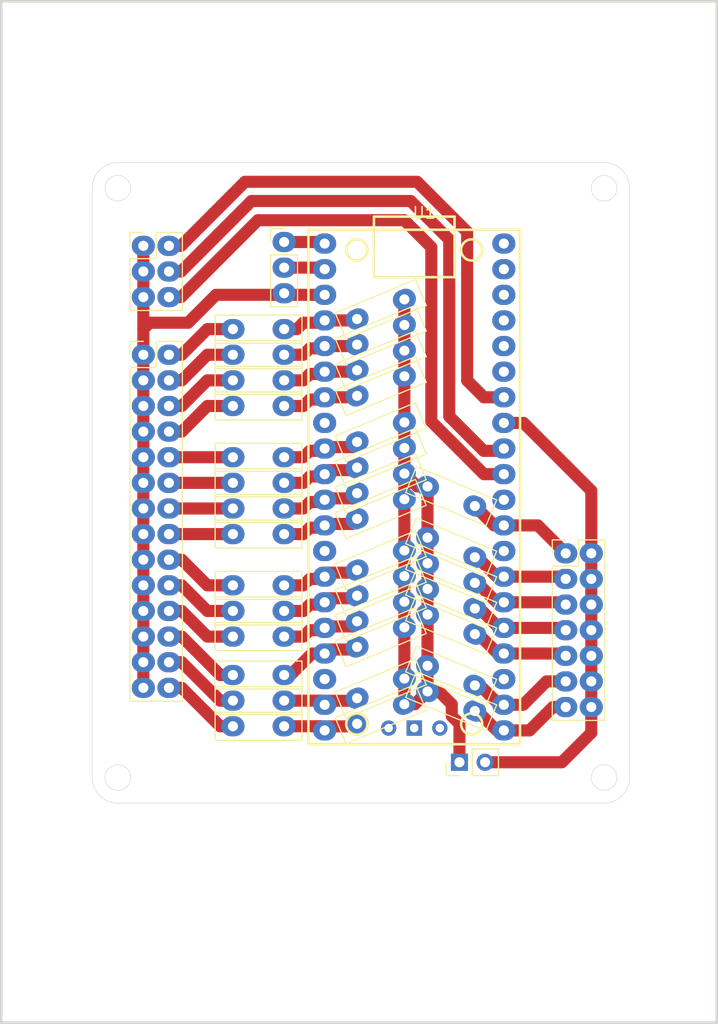
<source format=kicad_pcb>
(kicad_pcb (version 20171130) (host pcbnew 5.1.5+dfsg1-2build2)

  (general
    (thickness 1.6)
    (drawings 60)
    (tracks 215)
    (zones 0)
    (modules 41)
    (nets 1)
  )

  (page A4)
  (layers
    (0 F.Cu signal)
    (31 B.Cu signal)
    (32 B.Adhes user)
    (33 F.Adhes user)
    (34 B.Paste user)
    (35 F.Paste user)
    (36 B.SilkS user)
    (37 F.SilkS user)
    (38 B.Mask user)
    (39 F.Mask user)
    (40 Dwgs.User user)
    (41 Cmts.User user)
    (42 Eco1.User user)
    (43 Eco2.User user)
    (44 Edge.Cuts user)
    (45 Margin user)
    (46 B.CrtYd user)
    (47 F.CrtYd user)
    (48 B.Fab user)
    (49 F.Fab user hide)
  )

  (setup
    (last_trace_width 1.2)
    (user_trace_width 1)
    (user_trace_width 1.2)
    (user_trace_width 1.5)
    (user_trace_width 2.3)
    (trace_clearance 0.2)
    (zone_clearance 0.508)
    (zone_45_only no)
    (trace_min 0.2)
    (via_size 0.8)
    (via_drill 0.4)
    (via_min_size 0.4)
    (via_min_drill 0.3)
    (user_via 3 0.8)
    (uvia_size 0.3)
    (uvia_drill 0.1)
    (uvias_allowed no)
    (uvia_min_size 0.2)
    (uvia_min_drill 0.1)
    (edge_width 0.05)
    (segment_width 0.2)
    (pcb_text_width 0.3)
    (pcb_text_size 1.5 1.5)
    (mod_edge_width 0.12)
    (mod_text_size 1 1)
    (mod_text_width 0.15)
    (pad_size 2.3 2)
    (pad_drill 1)
    (pad_to_mask_clearance 0.051)
    (solder_mask_min_width 0.25)
    (aux_axis_origin 0 0)
    (visible_elements FFFFFF7F)
    (pcbplotparams
      (layerselection 0x01100_7fffffff)
      (usegerberextensions false)
      (usegerberattributes false)
      (usegerberadvancedattributes false)
      (creategerberjobfile false)
      (excludeedgelayer true)
      (linewidth 0.100000)
      (plotframeref false)
      (viasonmask false)
      (mode 1)
      (useauxorigin false)
      (hpglpennumber 1)
      (hpglpenspeed 20)
      (hpglpendiameter 15.000000)
      (psnegative false)
      (psa4output false)
      (plotreference true)
      (plotvalue true)
      (plotinvisibletext false)
      (padsonsilk false)
      (subtractmaskfromsilk false)
      (outputformat 1)
      (mirror false)
      (drillshape 0)
      (scaleselection 1)
      (outputdirectory "/home/nick/Documents/kicad/ESP32-FC-V8/"))
  )

  (net 0 "")

  (net_class Default "This is the default net class."
    (clearance 0.2)
    (trace_width 0.25)
    (via_dia 0.8)
    (via_drill 0.4)
    (uvia_dia 0.3)
    (uvia_drill 0.1)
  )

  (module Connector_PinHeader_2.54mm:PinHeader_1x02_P2.54mm_Vertical (layer F.Cu) (tedit 59FED5CC) (tstamp 6224071A)
    (at 45.466 75.438 90)
    (descr "Through hole straight pin header, 1x02, 2.54mm pitch, single row")
    (tags "Through hole pin header THT 1x02 2.54mm single row")
    (fp_text reference REF** (at 0 -2.33 90) (layer F.SilkS) hide
      (effects (font (size 1 1) (thickness 0.15)))
    )
    (fp_text value PinHeader_1x02_P2.54mm_Vertical (at 0 4.87 90) (layer F.Fab)
      (effects (font (size 1 1) (thickness 0.15)))
    )
    (fp_text user %R (at 0 1.27) (layer F.Fab)
      (effects (font (size 1 1) (thickness 0.15)))
    )
    (fp_line (start 1.8 -1.8) (end -1.8 -1.8) (layer F.CrtYd) (width 0.05))
    (fp_line (start 1.8 4.35) (end 1.8 -1.8) (layer F.CrtYd) (width 0.05))
    (fp_line (start -1.8 4.35) (end 1.8 4.35) (layer F.CrtYd) (width 0.05))
    (fp_line (start -1.8 -1.8) (end -1.8 4.35) (layer F.CrtYd) (width 0.05))
    (fp_line (start -1.33 -1.33) (end 0 -1.33) (layer F.SilkS) (width 0.12))
    (fp_line (start -1.33 0) (end -1.33 -1.33) (layer F.SilkS) (width 0.12))
    (fp_line (start -1.33 1.27) (end 1.33 1.27) (layer F.SilkS) (width 0.12))
    (fp_line (start 1.33 1.27) (end 1.33 3.87) (layer F.SilkS) (width 0.12))
    (fp_line (start -1.33 1.27) (end -1.33 3.87) (layer F.SilkS) (width 0.12))
    (fp_line (start -1.33 3.87) (end 1.33 3.87) (layer F.SilkS) (width 0.12))
    (fp_line (start -1.27 -0.635) (end -0.635 -1.27) (layer F.Fab) (width 0.1))
    (fp_line (start -1.27 3.81) (end -1.27 -0.635) (layer F.Fab) (width 0.1))
    (fp_line (start 1.27 3.81) (end -1.27 3.81) (layer F.Fab) (width 0.1))
    (fp_line (start 1.27 -1.27) (end 1.27 3.81) (layer F.Fab) (width 0.1))
    (fp_line (start -0.635 -1.27) (end 1.27 -1.27) (layer F.Fab) (width 0.1))
    (pad 2 thru_hole oval (at 0 2.54 90) (size 1.7 1.7) (drill 1) (layers *.Cu *.Mask))
    (pad 1 thru_hole rect (at 0 0 90) (size 1.7 1.7) (drill 1) (layers *.Cu *.Mask))
    (model ${KISYS3DMOD}/Connector_PinHeader_2.54mm.3dshapes/PinHeader_1x02_P2.54mm_Vertical.wrl
      (at (xyz 0 0 0))
      (scale (xyz 1 1 1))
      (rotate (xyz 0 0 0))
    )
  )

  (module Resistor_THT:R_Box_L8.4mm_W2.5mm_P5.08mm (layer F.Cu) (tedit 5AE5139B) (tstamp 6223E59B)
    (at 42.296692 48.093968 337.5)
    (descr "Resistor, Box series, Radial, pin pitch=5.08mm, 0.5W = 1/2W, length*width=8.38*2.54mm^2, http://www.vishay.com/docs/60051/cns020.pdf")
    (tags "Resistor Box series Radial pin pitch 5.08mm 0.5W = 1/2W length 8.38mm width 2.54mm")
    (fp_text reference e (at 2.54 -2.52 157.5) (layer F.SilkS) hide
      (effects (font (size 1 1) (thickness 0.15)))
    )
    (fp_text value R_Box_L8.4mm_W2.5mm_P5.08mm (at 2.54 2.52 157.5) (layer F.Fab)
      (effects (font (size 1 1) (thickness 0.15)))
    )
    (fp_line (start -1.65 -1.27) (end -1.65 1.27) (layer F.Fab) (width 0.1))
    (fp_line (start -1.65 1.27) (end 6.73 1.27) (layer F.Fab) (width 0.1))
    (fp_line (start 6.73 1.27) (end 6.73 -1.27) (layer F.Fab) (width 0.1))
    (fp_line (start 6.73 -1.27) (end -1.65 -1.27) (layer F.Fab) (width 0.1))
    (fp_line (start -1.77 -1.39) (end 6.85 -1.39) (layer F.SilkS) (width 0.12))
    (fp_line (start -1.77 1.39) (end 6.85 1.39) (layer F.SilkS) (width 0.12))
    (fp_line (start -1.77 -1.39) (end -1.77 1.39) (layer F.SilkS) (width 0.12))
    (fp_line (start 6.85 -1.39) (end 6.85 1.39) (layer F.SilkS) (width 0.12))
    (fp_line (start -1.91 -1.52) (end -1.91 1.52) (layer F.CrtYd) (width 0.05))
    (fp_line (start -1.91 1.52) (end 6.98 1.52) (layer F.CrtYd) (width 0.05))
    (fp_line (start 6.98 1.52) (end 6.98 -1.52) (layer F.CrtYd) (width 0.05))
    (fp_line (start 6.98 -1.52) (end -1.91 -1.52) (layer F.CrtYd) (width 0.05))
    (fp_text user %R (at 2.54 0 157.5) (layer F.Fab)
      (effects (font (size 1 1) (thickness 0.15)))
    )
    (pad 1 thru_hole oval (at 0 0 337.5) (size 2.3 2) (drill 1) (layers *.Cu *.Mask))
    (pad 2 thru_hole oval (at 5.08 0 337.5) (size 2.3 2) (drill 1) (layers *.Cu *.Mask))
    (model ${KISYS3DMOD}/Resistor_THT.3dshapes/R_Box_L8.4mm_W2.5mm_P5.08mm.wrl
      (at (xyz 0 0 0))
      (scale (xyz 1 1 1))
      (rotate (xyz 0 0 0))
    )
  )

  (module Resistor_THT:R_Box_L8.4mm_W2.5mm_P5.08mm (layer F.Cu) (tedit 5AE5139B) (tstamp 6223E59B)
    (at 42.296692 53.173968 337.5)
    (descr "Resistor, Box series, Radial, pin pitch=5.08mm, 0.5W = 1/2W, length*width=8.38*2.54mm^2, http://www.vishay.com/docs/60051/cns020.pdf")
    (tags "Resistor Box series Radial pin pitch 5.08mm 0.5W = 1/2W length 8.38mm width 2.54mm")
    (fp_text reference e (at 2.54 -2.52 157.5) (layer F.SilkS) hide
      (effects (font (size 1 1) (thickness 0.15)))
    )
    (fp_text value R_Box_L8.4mm_W2.5mm_P5.08mm (at 2.54 2.52 157.5) (layer F.Fab)
      (effects (font (size 1 1) (thickness 0.15)))
    )
    (fp_line (start -1.65 -1.27) (end -1.65 1.27) (layer F.Fab) (width 0.1))
    (fp_line (start -1.65 1.27) (end 6.73 1.27) (layer F.Fab) (width 0.1))
    (fp_line (start 6.73 1.27) (end 6.73 -1.27) (layer F.Fab) (width 0.1))
    (fp_line (start 6.73 -1.27) (end -1.65 -1.27) (layer F.Fab) (width 0.1))
    (fp_line (start -1.77 -1.39) (end 6.85 -1.39) (layer F.SilkS) (width 0.12))
    (fp_line (start -1.77 1.39) (end 6.85 1.39) (layer F.SilkS) (width 0.12))
    (fp_line (start -1.77 -1.39) (end -1.77 1.39) (layer F.SilkS) (width 0.12))
    (fp_line (start 6.85 -1.39) (end 6.85 1.39) (layer F.SilkS) (width 0.12))
    (fp_line (start -1.91 -1.52) (end -1.91 1.52) (layer F.CrtYd) (width 0.05))
    (fp_line (start -1.91 1.52) (end 6.98 1.52) (layer F.CrtYd) (width 0.05))
    (fp_line (start 6.98 1.52) (end 6.98 -1.52) (layer F.CrtYd) (width 0.05))
    (fp_line (start 6.98 -1.52) (end -1.91 -1.52) (layer F.CrtYd) (width 0.05))
    (fp_text user %R (at 2.54 0 157.5) (layer F.Fab)
      (effects (font (size 1 1) (thickness 0.15)))
    )
    (pad 1 thru_hole oval (at 0 0 337.5) (size 2.3 2) (drill 1) (layers *.Cu *.Mask))
    (pad 2 thru_hole oval (at 5.08 0 337.5) (size 2.3 2) (drill 1) (layers *.Cu *.Mask))
    (model ${KISYS3DMOD}/Resistor_THT.3dshapes/R_Box_L8.4mm_W2.5mm_P5.08mm.wrl
      (at (xyz 0 0 0))
      (scale (xyz 1 1 1))
      (rotate (xyz 0 0 0))
    )
  )

  (module Resistor_THT:R_Box_L8.4mm_W2.5mm_P5.08mm (layer F.Cu) (tedit 5AE5139B) (tstamp 6223E59B)
    (at 42.296692 55.713968 337.5)
    (descr "Resistor, Box series, Radial, pin pitch=5.08mm, 0.5W = 1/2W, length*width=8.38*2.54mm^2, http://www.vishay.com/docs/60051/cns020.pdf")
    (tags "Resistor Box series Radial pin pitch 5.08mm 0.5W = 1/2W length 8.38mm width 2.54mm")
    (fp_text reference e (at 2.54 -2.52 157.5) (layer F.SilkS) hide
      (effects (font (size 1 1) (thickness 0.15)))
    )
    (fp_text value R_Box_L8.4mm_W2.5mm_P5.08mm (at 2.54 2.52 157.5) (layer F.Fab)
      (effects (font (size 1 1) (thickness 0.15)))
    )
    (fp_line (start -1.65 -1.27) (end -1.65 1.27) (layer F.Fab) (width 0.1))
    (fp_line (start -1.65 1.27) (end 6.73 1.27) (layer F.Fab) (width 0.1))
    (fp_line (start 6.73 1.27) (end 6.73 -1.27) (layer F.Fab) (width 0.1))
    (fp_line (start 6.73 -1.27) (end -1.65 -1.27) (layer F.Fab) (width 0.1))
    (fp_line (start -1.77 -1.39) (end 6.85 -1.39) (layer F.SilkS) (width 0.12))
    (fp_line (start -1.77 1.39) (end 6.85 1.39) (layer F.SilkS) (width 0.12))
    (fp_line (start -1.77 -1.39) (end -1.77 1.39) (layer F.SilkS) (width 0.12))
    (fp_line (start 6.85 -1.39) (end 6.85 1.39) (layer F.SilkS) (width 0.12))
    (fp_line (start -1.91 -1.52) (end -1.91 1.52) (layer F.CrtYd) (width 0.05))
    (fp_line (start -1.91 1.52) (end 6.98 1.52) (layer F.CrtYd) (width 0.05))
    (fp_line (start 6.98 1.52) (end 6.98 -1.52) (layer F.CrtYd) (width 0.05))
    (fp_line (start 6.98 -1.52) (end -1.91 -1.52) (layer F.CrtYd) (width 0.05))
    (fp_text user %R (at 2.54 0 157.5) (layer F.Fab)
      (effects (font (size 1 1) (thickness 0.15)))
    )
    (pad 1 thru_hole oval (at 0 0 337.5) (size 2.3 2) (drill 1) (layers *.Cu *.Mask))
    (pad 2 thru_hole oval (at 5.08 0 337.5) (size 2.3 2) (drill 1) (layers *.Cu *.Mask))
    (model ${KISYS3DMOD}/Resistor_THT.3dshapes/R_Box_L8.4mm_W2.5mm_P5.08mm.wrl
      (at (xyz 0 0 0))
      (scale (xyz 1 1 1))
      (rotate (xyz 0 0 0))
    )
  )

  (module Resistor_THT:R_Box_L8.4mm_W2.5mm_P5.08mm (layer F.Cu) (tedit 5AE5139B) (tstamp 6223E59B)
    (at 42.296692 58.253968 337.5)
    (descr "Resistor, Box series, Radial, pin pitch=5.08mm, 0.5W = 1/2W, length*width=8.38*2.54mm^2, http://www.vishay.com/docs/60051/cns020.pdf")
    (tags "Resistor Box series Radial pin pitch 5.08mm 0.5W = 1/2W length 8.38mm width 2.54mm")
    (fp_text reference e (at 2.54 -2.52 157.5) (layer F.SilkS) hide
      (effects (font (size 1 1) (thickness 0.15)))
    )
    (fp_text value R_Box_L8.4mm_W2.5mm_P5.08mm (at 2.54 2.52 157.5) (layer F.Fab)
      (effects (font (size 1 1) (thickness 0.15)))
    )
    (fp_line (start -1.65 -1.27) (end -1.65 1.27) (layer F.Fab) (width 0.1))
    (fp_line (start -1.65 1.27) (end 6.73 1.27) (layer F.Fab) (width 0.1))
    (fp_line (start 6.73 1.27) (end 6.73 -1.27) (layer F.Fab) (width 0.1))
    (fp_line (start 6.73 -1.27) (end -1.65 -1.27) (layer F.Fab) (width 0.1))
    (fp_line (start -1.77 -1.39) (end 6.85 -1.39) (layer F.SilkS) (width 0.12))
    (fp_line (start -1.77 1.39) (end 6.85 1.39) (layer F.SilkS) (width 0.12))
    (fp_line (start -1.77 -1.39) (end -1.77 1.39) (layer F.SilkS) (width 0.12))
    (fp_line (start 6.85 -1.39) (end 6.85 1.39) (layer F.SilkS) (width 0.12))
    (fp_line (start -1.91 -1.52) (end -1.91 1.52) (layer F.CrtYd) (width 0.05))
    (fp_line (start -1.91 1.52) (end 6.98 1.52) (layer F.CrtYd) (width 0.05))
    (fp_line (start 6.98 1.52) (end 6.98 -1.52) (layer F.CrtYd) (width 0.05))
    (fp_line (start 6.98 -1.52) (end -1.91 -1.52) (layer F.CrtYd) (width 0.05))
    (fp_text user %R (at 2.54 0 157.5) (layer F.Fab)
      (effects (font (size 1 1) (thickness 0.15)))
    )
    (pad 1 thru_hole oval (at 0 0 337.5) (size 2.3 2) (drill 1) (layers *.Cu *.Mask))
    (pad 2 thru_hole oval (at 5.08 0 337.5) (size 2.3 2) (drill 1) (layers *.Cu *.Mask))
    (model ${KISYS3DMOD}/Resistor_THT.3dshapes/R_Box_L8.4mm_W2.5mm_P5.08mm.wrl
      (at (xyz 0 0 0))
      (scale (xyz 1 1 1))
      (rotate (xyz 0 0 0))
    )
  )

  (module Resistor_THT:R_Box_L8.4mm_W2.5mm_P5.08mm (layer F.Cu) (tedit 5AE5139B) (tstamp 6223E59B)
    (at 42.296692 60.793968 337.5)
    (descr "Resistor, Box series, Radial, pin pitch=5.08mm, 0.5W = 1/2W, length*width=8.38*2.54mm^2, http://www.vishay.com/docs/60051/cns020.pdf")
    (tags "Resistor Box series Radial pin pitch 5.08mm 0.5W = 1/2W length 8.38mm width 2.54mm")
    (fp_text reference e (at 2.54 -2.52 157.5) (layer F.SilkS) hide
      (effects (font (size 1 1) (thickness 0.15)))
    )
    (fp_text value R_Box_L8.4mm_W2.5mm_P5.08mm (at 2.54 2.52 157.5) (layer F.Fab)
      (effects (font (size 1 1) (thickness 0.15)))
    )
    (fp_line (start -1.65 -1.27) (end -1.65 1.27) (layer F.Fab) (width 0.1))
    (fp_line (start -1.65 1.27) (end 6.73 1.27) (layer F.Fab) (width 0.1))
    (fp_line (start 6.73 1.27) (end 6.73 -1.27) (layer F.Fab) (width 0.1))
    (fp_line (start 6.73 -1.27) (end -1.65 -1.27) (layer F.Fab) (width 0.1))
    (fp_line (start -1.77 -1.39) (end 6.85 -1.39) (layer F.SilkS) (width 0.12))
    (fp_line (start -1.77 1.39) (end 6.85 1.39) (layer F.SilkS) (width 0.12))
    (fp_line (start -1.77 -1.39) (end -1.77 1.39) (layer F.SilkS) (width 0.12))
    (fp_line (start 6.85 -1.39) (end 6.85 1.39) (layer F.SilkS) (width 0.12))
    (fp_line (start -1.91 -1.52) (end -1.91 1.52) (layer F.CrtYd) (width 0.05))
    (fp_line (start -1.91 1.52) (end 6.98 1.52) (layer F.CrtYd) (width 0.05))
    (fp_line (start 6.98 1.52) (end 6.98 -1.52) (layer F.CrtYd) (width 0.05))
    (fp_line (start 6.98 -1.52) (end -1.91 -1.52) (layer F.CrtYd) (width 0.05))
    (fp_text user %R (at 2.54 0 157.5) (layer F.Fab)
      (effects (font (size 1 1) (thickness 0.15)))
    )
    (pad 1 thru_hole oval (at 0 0 337.5) (size 2.3 2) (drill 1) (layers *.Cu *.Mask))
    (pad 2 thru_hole oval (at 5.08 0 337.5) (size 2.3 2) (drill 1) (layers *.Cu *.Mask))
    (model ${KISYS3DMOD}/Resistor_THT.3dshapes/R_Box_L8.4mm_W2.5mm_P5.08mm.wrl
      (at (xyz 0 0 0))
      (scale (xyz 1 1 1))
      (rotate (xyz 0 0 0))
    )
  )

  (module Resistor_THT:R_Box_L8.4mm_W2.5mm_P5.08mm (layer F.Cu) (tedit 5AE5139B) (tstamp 6223E59B)
    (at 42.296692 65.873968 337.5)
    (descr "Resistor, Box series, Radial, pin pitch=5.08mm, 0.5W = 1/2W, length*width=8.38*2.54mm^2, http://www.vishay.com/docs/60051/cns020.pdf")
    (tags "Resistor Box series Radial pin pitch 5.08mm 0.5W = 1/2W length 8.38mm width 2.54mm")
    (fp_text reference e (at 2.54 -2.52 157.5) (layer F.SilkS) hide
      (effects (font (size 1 1) (thickness 0.15)))
    )
    (fp_text value R_Box_L8.4mm_W2.5mm_P5.08mm (at 2.54 2.52 157.5) (layer F.Fab)
      (effects (font (size 1 1) (thickness 0.15)))
    )
    (fp_line (start -1.65 -1.27) (end -1.65 1.27) (layer F.Fab) (width 0.1))
    (fp_line (start -1.65 1.27) (end 6.73 1.27) (layer F.Fab) (width 0.1))
    (fp_line (start 6.73 1.27) (end 6.73 -1.27) (layer F.Fab) (width 0.1))
    (fp_line (start 6.73 -1.27) (end -1.65 -1.27) (layer F.Fab) (width 0.1))
    (fp_line (start -1.77 -1.39) (end 6.85 -1.39) (layer F.SilkS) (width 0.12))
    (fp_line (start -1.77 1.39) (end 6.85 1.39) (layer F.SilkS) (width 0.12))
    (fp_line (start -1.77 -1.39) (end -1.77 1.39) (layer F.SilkS) (width 0.12))
    (fp_line (start 6.85 -1.39) (end 6.85 1.39) (layer F.SilkS) (width 0.12))
    (fp_line (start -1.91 -1.52) (end -1.91 1.52) (layer F.CrtYd) (width 0.05))
    (fp_line (start -1.91 1.52) (end 6.98 1.52) (layer F.CrtYd) (width 0.05))
    (fp_line (start 6.98 1.52) (end 6.98 -1.52) (layer F.CrtYd) (width 0.05))
    (fp_line (start 6.98 -1.52) (end -1.91 -1.52) (layer F.CrtYd) (width 0.05))
    (fp_text user %R (at 2.54 0 157.5) (layer F.Fab)
      (effects (font (size 1 1) (thickness 0.15)))
    )
    (pad 1 thru_hole oval (at 0 0 337.5) (size 2.3 2) (drill 1) (layers *.Cu *.Mask))
    (pad 2 thru_hole oval (at 5.08 0 337.5) (size 2.3 2) (drill 1) (layers *.Cu *.Mask))
    (model ${KISYS3DMOD}/Resistor_THT.3dshapes/R_Box_L8.4mm_W2.5mm_P5.08mm.wrl
      (at (xyz 0 0 0))
      (scale (xyz 1 1 1))
      (rotate (xyz 0 0 0))
    )
  )

  (module Resistor_THT:R_Box_L8.4mm_W2.5mm_P5.08mm (layer F.Cu) (tedit 5AE5139B) (tstamp 6223DFAA)
    (at 35.306 34.036 22.5)
    (descr "Resistor, Box series, Radial, pin pitch=5.08mm, 0.5W = 1/2W, length*width=8.38*2.54mm^2, http://www.vishay.com/docs/60051/cns020.pdf")
    (tags "Resistor Box series Radial pin pitch 5.08mm 0.5W = 1/2W length 8.38mm width 2.54mm")
    (fp_text reference e (at 2.54 -2.52 22.5) (layer F.SilkS) hide
      (effects (font (size 1 1) (thickness 0.15)))
    )
    (fp_text value R_Box_L8.4mm_W2.5mm_P5.08mm (at 2.54 2.52 22.5) (layer F.Fab)
      (effects (font (size 1 1) (thickness 0.15)))
    )
    (fp_text user %R (at 2.54 0 22.5) (layer F.Fab)
      (effects (font (size 1 1) (thickness 0.15)))
    )
    (fp_line (start 6.98 -1.52) (end -1.91 -1.52) (layer F.CrtYd) (width 0.05))
    (fp_line (start 6.98 1.52) (end 6.98 -1.52) (layer F.CrtYd) (width 0.05))
    (fp_line (start -1.91 1.52) (end 6.98 1.52) (layer F.CrtYd) (width 0.05))
    (fp_line (start -1.91 -1.52) (end -1.91 1.52) (layer F.CrtYd) (width 0.05))
    (fp_line (start 6.85 -1.39) (end 6.85 1.39) (layer F.SilkS) (width 0.12))
    (fp_line (start -1.77 -1.39) (end -1.77 1.39) (layer F.SilkS) (width 0.12))
    (fp_line (start -1.77 1.39) (end 6.85 1.39) (layer F.SilkS) (width 0.12))
    (fp_line (start -1.77 -1.39) (end 6.85 -1.39) (layer F.SilkS) (width 0.12))
    (fp_line (start 6.73 -1.27) (end -1.65 -1.27) (layer F.Fab) (width 0.1))
    (fp_line (start 6.73 1.27) (end 6.73 -1.27) (layer F.Fab) (width 0.1))
    (fp_line (start -1.65 1.27) (end 6.73 1.27) (layer F.Fab) (width 0.1))
    (fp_line (start -1.65 -1.27) (end -1.65 1.27) (layer F.Fab) (width 0.1))
    (pad 2 thru_hole oval (at 5.08 0 22.5) (size 2.3 2) (drill 1) (layers *.Cu *.Mask))
    (pad 1 thru_hole oval (at 0 0 22.5) (size 2.3 2) (drill 1) (layers *.Cu *.Mask))
    (model ${KISYS3DMOD}/Resistor_THT.3dshapes/R_Box_L8.4mm_W2.5mm_P5.08mm.wrl
      (at (xyz 0 0 0))
      (scale (xyz 1 1 1))
      (rotate (xyz 0 0 0))
    )
  )

  (module Resistor_THT:R_Box_L8.4mm_W2.5mm_P5.08mm (layer F.Cu) (tedit 5AE5139B) (tstamp 6223DFAA)
    (at 35.306 31.496 22.5)
    (descr "Resistor, Box series, Radial, pin pitch=5.08mm, 0.5W = 1/2W, length*width=8.38*2.54mm^2, http://www.vishay.com/docs/60051/cns020.pdf")
    (tags "Resistor Box series Radial pin pitch 5.08mm 0.5W = 1/2W length 8.38mm width 2.54mm")
    (fp_text reference e (at 2.54 -2.52 22.5) (layer F.SilkS) hide
      (effects (font (size 1 1) (thickness 0.15)))
    )
    (fp_text value R_Box_L8.4mm_W2.5mm_P5.08mm (at 2.54 2.52 22.5) (layer F.Fab)
      (effects (font (size 1 1) (thickness 0.15)))
    )
    (fp_text user %R (at 2.54 0 22.5) (layer F.Fab)
      (effects (font (size 1 1) (thickness 0.15)))
    )
    (fp_line (start 6.98 -1.52) (end -1.91 -1.52) (layer F.CrtYd) (width 0.05))
    (fp_line (start 6.98 1.52) (end 6.98 -1.52) (layer F.CrtYd) (width 0.05))
    (fp_line (start -1.91 1.52) (end 6.98 1.52) (layer F.CrtYd) (width 0.05))
    (fp_line (start -1.91 -1.52) (end -1.91 1.52) (layer F.CrtYd) (width 0.05))
    (fp_line (start 6.85 -1.39) (end 6.85 1.39) (layer F.SilkS) (width 0.12))
    (fp_line (start -1.77 -1.39) (end -1.77 1.39) (layer F.SilkS) (width 0.12))
    (fp_line (start -1.77 1.39) (end 6.85 1.39) (layer F.SilkS) (width 0.12))
    (fp_line (start -1.77 -1.39) (end 6.85 -1.39) (layer F.SilkS) (width 0.12))
    (fp_line (start 6.73 -1.27) (end -1.65 -1.27) (layer F.Fab) (width 0.1))
    (fp_line (start 6.73 1.27) (end 6.73 -1.27) (layer F.Fab) (width 0.1))
    (fp_line (start -1.65 1.27) (end 6.73 1.27) (layer F.Fab) (width 0.1))
    (fp_line (start -1.65 -1.27) (end -1.65 1.27) (layer F.Fab) (width 0.1))
    (pad 2 thru_hole oval (at 5.08 0 22.5) (size 2.3 2) (drill 1) (layers *.Cu *.Mask))
    (pad 1 thru_hole oval (at 0 0 22.5) (size 2.3 2) (drill 1) (layers *.Cu *.Mask))
    (model ${KISYS3DMOD}/Resistor_THT.3dshapes/R_Box_L8.4mm_W2.5mm_P5.08mm.wrl
      (at (xyz 0 0 0))
      (scale (xyz 1 1 1))
      (rotate (xyz 0 0 0))
    )
  )

  (module Resistor_THT:R_Box_L8.4mm_W2.5mm_P5.08mm (layer F.Cu) (tedit 5AE5139B) (tstamp 6223DFAA)
    (at 35.306 36.576 22.5)
    (descr "Resistor, Box series, Radial, pin pitch=5.08mm, 0.5W = 1/2W, length*width=8.38*2.54mm^2, http://www.vishay.com/docs/60051/cns020.pdf")
    (tags "Resistor Box series Radial pin pitch 5.08mm 0.5W = 1/2W length 8.38mm width 2.54mm")
    (fp_text reference e (at 2.54 -2.52 22.5) (layer F.SilkS) hide
      (effects (font (size 1 1) (thickness 0.15)))
    )
    (fp_text value R_Box_L8.4mm_W2.5mm_P5.08mm (at 2.54 2.52 22.5) (layer F.Fab)
      (effects (font (size 1 1) (thickness 0.15)))
    )
    (fp_text user %R (at 2.54 0 22.5) (layer F.Fab)
      (effects (font (size 1 1) (thickness 0.15)))
    )
    (fp_line (start 6.98 -1.52) (end -1.91 -1.52) (layer F.CrtYd) (width 0.05))
    (fp_line (start 6.98 1.52) (end 6.98 -1.52) (layer F.CrtYd) (width 0.05))
    (fp_line (start -1.91 1.52) (end 6.98 1.52) (layer F.CrtYd) (width 0.05))
    (fp_line (start -1.91 -1.52) (end -1.91 1.52) (layer F.CrtYd) (width 0.05))
    (fp_line (start 6.85 -1.39) (end 6.85 1.39) (layer F.SilkS) (width 0.12))
    (fp_line (start -1.77 -1.39) (end -1.77 1.39) (layer F.SilkS) (width 0.12))
    (fp_line (start -1.77 1.39) (end 6.85 1.39) (layer F.SilkS) (width 0.12))
    (fp_line (start -1.77 -1.39) (end 6.85 -1.39) (layer F.SilkS) (width 0.12))
    (fp_line (start 6.73 -1.27) (end -1.65 -1.27) (layer F.Fab) (width 0.1))
    (fp_line (start 6.73 1.27) (end 6.73 -1.27) (layer F.Fab) (width 0.1))
    (fp_line (start -1.65 1.27) (end 6.73 1.27) (layer F.Fab) (width 0.1))
    (fp_line (start -1.65 -1.27) (end -1.65 1.27) (layer F.Fab) (width 0.1))
    (pad 2 thru_hole oval (at 5.08 0 22.5) (size 2.3 2) (drill 1) (layers *.Cu *.Mask))
    (pad 1 thru_hole oval (at 0 0 22.5) (size 2.3 2) (drill 1) (layers *.Cu *.Mask))
    (model ${KISYS3DMOD}/Resistor_THT.3dshapes/R_Box_L8.4mm_W2.5mm_P5.08mm.wrl
      (at (xyz 0 0 0))
      (scale (xyz 1 1 1))
      (rotate (xyz 0 0 0))
    )
  )

  (module Resistor_THT:R_Box_L8.4mm_W2.5mm_P5.08mm (layer F.Cu) (tedit 5AE5139B) (tstamp 6223DFAA)
    (at 35.306 39.116 22.5)
    (descr "Resistor, Box series, Radial, pin pitch=5.08mm, 0.5W = 1/2W, length*width=8.38*2.54mm^2, http://www.vishay.com/docs/60051/cns020.pdf")
    (tags "Resistor Box series Radial pin pitch 5.08mm 0.5W = 1/2W length 8.38mm width 2.54mm")
    (fp_text reference e (at 2.54 -2.52 22.5) (layer F.SilkS) hide
      (effects (font (size 1 1) (thickness 0.15)))
    )
    (fp_text value R_Box_L8.4mm_W2.5mm_P5.08mm (at 2.54 2.52 22.5) (layer F.Fab)
      (effects (font (size 1 1) (thickness 0.15)))
    )
    (fp_text user %R (at 2.54 0 22.5) (layer F.Fab)
      (effects (font (size 1 1) (thickness 0.15)))
    )
    (fp_line (start 6.98 -1.52) (end -1.91 -1.52) (layer F.CrtYd) (width 0.05))
    (fp_line (start 6.98 1.52) (end 6.98 -1.52) (layer F.CrtYd) (width 0.05))
    (fp_line (start -1.91 1.52) (end 6.98 1.52) (layer F.CrtYd) (width 0.05))
    (fp_line (start -1.91 -1.52) (end -1.91 1.52) (layer F.CrtYd) (width 0.05))
    (fp_line (start 6.85 -1.39) (end 6.85 1.39) (layer F.SilkS) (width 0.12))
    (fp_line (start -1.77 -1.39) (end -1.77 1.39) (layer F.SilkS) (width 0.12))
    (fp_line (start -1.77 1.39) (end 6.85 1.39) (layer F.SilkS) (width 0.12))
    (fp_line (start -1.77 -1.39) (end 6.85 -1.39) (layer F.SilkS) (width 0.12))
    (fp_line (start 6.73 -1.27) (end -1.65 -1.27) (layer F.Fab) (width 0.1))
    (fp_line (start 6.73 1.27) (end 6.73 -1.27) (layer F.Fab) (width 0.1))
    (fp_line (start -1.65 1.27) (end 6.73 1.27) (layer F.Fab) (width 0.1))
    (fp_line (start -1.65 -1.27) (end -1.65 1.27) (layer F.Fab) (width 0.1))
    (pad 2 thru_hole oval (at 5.08 0 22.5) (size 2.3 2) (drill 1) (layers *.Cu *.Mask))
    (pad 1 thru_hole oval (at 0 0 22.5) (size 2.3 2) (drill 1) (layers *.Cu *.Mask))
    (model ${KISYS3DMOD}/Resistor_THT.3dshapes/R_Box_L8.4mm_W2.5mm_P5.08mm.wrl
      (at (xyz 0 0 0))
      (scale (xyz 1 1 1))
      (rotate (xyz 0 0 0))
    )
  )

  (module Resistor_THT:R_Box_L8.4mm_W2.5mm_P5.08mm (layer F.Cu) (tedit 5AE5139B) (tstamp 6223DFAA)
    (at 35.306 43.688 22.5)
    (descr "Resistor, Box series, Radial, pin pitch=5.08mm, 0.5W = 1/2W, length*width=8.38*2.54mm^2, http://www.vishay.com/docs/60051/cns020.pdf")
    (tags "Resistor Box series Radial pin pitch 5.08mm 0.5W = 1/2W length 8.38mm width 2.54mm")
    (fp_text reference e (at 2.54 -2.52 22.5) (layer F.SilkS) hide
      (effects (font (size 1 1) (thickness 0.15)))
    )
    (fp_text value R_Box_L8.4mm_W2.5mm_P5.08mm (at 2.54 2.52 22.5) (layer F.Fab)
      (effects (font (size 1 1) (thickness 0.15)))
    )
    (fp_text user %R (at 2.54 0 22.5) (layer F.Fab)
      (effects (font (size 1 1) (thickness 0.15)))
    )
    (fp_line (start 6.98 -1.52) (end -1.91 -1.52) (layer F.CrtYd) (width 0.05))
    (fp_line (start 6.98 1.52) (end 6.98 -1.52) (layer F.CrtYd) (width 0.05))
    (fp_line (start -1.91 1.52) (end 6.98 1.52) (layer F.CrtYd) (width 0.05))
    (fp_line (start -1.91 -1.52) (end -1.91 1.52) (layer F.CrtYd) (width 0.05))
    (fp_line (start 6.85 -1.39) (end 6.85 1.39) (layer F.SilkS) (width 0.12))
    (fp_line (start -1.77 -1.39) (end -1.77 1.39) (layer F.SilkS) (width 0.12))
    (fp_line (start -1.77 1.39) (end 6.85 1.39) (layer F.SilkS) (width 0.12))
    (fp_line (start -1.77 -1.39) (end 6.85 -1.39) (layer F.SilkS) (width 0.12))
    (fp_line (start 6.73 -1.27) (end -1.65 -1.27) (layer F.Fab) (width 0.1))
    (fp_line (start 6.73 1.27) (end 6.73 -1.27) (layer F.Fab) (width 0.1))
    (fp_line (start -1.65 1.27) (end 6.73 1.27) (layer F.Fab) (width 0.1))
    (fp_line (start -1.65 -1.27) (end -1.65 1.27) (layer F.Fab) (width 0.1))
    (pad 2 thru_hole oval (at 5.08 0 22.5) (size 2.3 2) (drill 1) (layers *.Cu *.Mask))
    (pad 1 thru_hole oval (at 0 0 22.5) (size 2.3 2) (drill 1) (layers *.Cu *.Mask))
    (model ${KISYS3DMOD}/Resistor_THT.3dshapes/R_Box_L8.4mm_W2.5mm_P5.08mm.wrl
      (at (xyz 0 0 0))
      (scale (xyz 1 1 1))
      (rotate (xyz 0 0 0))
    )
  )

  (module Resistor_THT:R_Box_L8.4mm_W2.5mm_P5.08mm (layer F.Cu) (tedit 5AE5139B) (tstamp 6223DFAA)
    (at 35.306 46.228 22.5)
    (descr "Resistor, Box series, Radial, pin pitch=5.08mm, 0.5W = 1/2W, length*width=8.38*2.54mm^2, http://www.vishay.com/docs/60051/cns020.pdf")
    (tags "Resistor Box series Radial pin pitch 5.08mm 0.5W = 1/2W length 8.38mm width 2.54mm")
    (fp_text reference e (at 2.54 -2.52 22.5) (layer F.SilkS) hide
      (effects (font (size 1 1) (thickness 0.15)))
    )
    (fp_text value R_Box_L8.4mm_W2.5mm_P5.08mm (at 2.54 2.52 22.5) (layer F.Fab)
      (effects (font (size 1 1) (thickness 0.15)))
    )
    (fp_text user %R (at 2.54 0 22.5) (layer F.Fab)
      (effects (font (size 1 1) (thickness 0.15)))
    )
    (fp_line (start 6.98 -1.52) (end -1.91 -1.52) (layer F.CrtYd) (width 0.05))
    (fp_line (start 6.98 1.52) (end 6.98 -1.52) (layer F.CrtYd) (width 0.05))
    (fp_line (start -1.91 1.52) (end 6.98 1.52) (layer F.CrtYd) (width 0.05))
    (fp_line (start -1.91 -1.52) (end -1.91 1.52) (layer F.CrtYd) (width 0.05))
    (fp_line (start 6.85 -1.39) (end 6.85 1.39) (layer F.SilkS) (width 0.12))
    (fp_line (start -1.77 -1.39) (end -1.77 1.39) (layer F.SilkS) (width 0.12))
    (fp_line (start -1.77 1.39) (end 6.85 1.39) (layer F.SilkS) (width 0.12))
    (fp_line (start -1.77 -1.39) (end 6.85 -1.39) (layer F.SilkS) (width 0.12))
    (fp_line (start 6.73 -1.27) (end -1.65 -1.27) (layer F.Fab) (width 0.1))
    (fp_line (start 6.73 1.27) (end 6.73 -1.27) (layer F.Fab) (width 0.1))
    (fp_line (start -1.65 1.27) (end 6.73 1.27) (layer F.Fab) (width 0.1))
    (fp_line (start -1.65 -1.27) (end -1.65 1.27) (layer F.Fab) (width 0.1))
    (pad 2 thru_hole oval (at 5.08 0 22.5) (size 2.3 2) (drill 1) (layers *.Cu *.Mask))
    (pad 1 thru_hole oval (at 0 0 22.5) (size 2.3 2) (drill 1) (layers *.Cu *.Mask))
    (model ${KISYS3DMOD}/Resistor_THT.3dshapes/R_Box_L8.4mm_W2.5mm_P5.08mm.wrl
      (at (xyz 0 0 0))
      (scale (xyz 1 1 1))
      (rotate (xyz 0 0 0))
    )
  )

  (module Resistor_THT:R_Box_L8.4mm_W2.5mm_P5.08mm (layer F.Cu) (tedit 5AE5139B) (tstamp 6223DFAA)
    (at 35.306 48.768 22.5)
    (descr "Resistor, Box series, Radial, pin pitch=5.08mm, 0.5W = 1/2W, length*width=8.38*2.54mm^2, http://www.vishay.com/docs/60051/cns020.pdf")
    (tags "Resistor Box series Radial pin pitch 5.08mm 0.5W = 1/2W length 8.38mm width 2.54mm")
    (fp_text reference e (at 2.54 -2.52 22.5) (layer F.SilkS) hide
      (effects (font (size 1 1) (thickness 0.15)))
    )
    (fp_text value R_Box_L8.4mm_W2.5mm_P5.08mm (at 2.54 2.52 22.5) (layer F.Fab)
      (effects (font (size 1 1) (thickness 0.15)))
    )
    (fp_text user %R (at 2.54 0 22.5) (layer F.Fab)
      (effects (font (size 1 1) (thickness 0.15)))
    )
    (fp_line (start 6.98 -1.52) (end -1.91 -1.52) (layer F.CrtYd) (width 0.05))
    (fp_line (start 6.98 1.52) (end 6.98 -1.52) (layer F.CrtYd) (width 0.05))
    (fp_line (start -1.91 1.52) (end 6.98 1.52) (layer F.CrtYd) (width 0.05))
    (fp_line (start -1.91 -1.52) (end -1.91 1.52) (layer F.CrtYd) (width 0.05))
    (fp_line (start 6.85 -1.39) (end 6.85 1.39) (layer F.SilkS) (width 0.12))
    (fp_line (start -1.77 -1.39) (end -1.77 1.39) (layer F.SilkS) (width 0.12))
    (fp_line (start -1.77 1.39) (end 6.85 1.39) (layer F.SilkS) (width 0.12))
    (fp_line (start -1.77 -1.39) (end 6.85 -1.39) (layer F.SilkS) (width 0.12))
    (fp_line (start 6.73 -1.27) (end -1.65 -1.27) (layer F.Fab) (width 0.1))
    (fp_line (start 6.73 1.27) (end 6.73 -1.27) (layer F.Fab) (width 0.1))
    (fp_line (start -1.65 1.27) (end 6.73 1.27) (layer F.Fab) (width 0.1))
    (fp_line (start -1.65 -1.27) (end -1.65 1.27) (layer F.Fab) (width 0.1))
    (pad 2 thru_hole oval (at 5.08 0 22.5) (size 2.3 2) (drill 1) (layers *.Cu *.Mask))
    (pad 1 thru_hole oval (at 0 0 22.5) (size 2.3 2) (drill 1) (layers *.Cu *.Mask))
    (model ${KISYS3DMOD}/Resistor_THT.3dshapes/R_Box_L8.4mm_W2.5mm_P5.08mm.wrl
      (at (xyz 0 0 0))
      (scale (xyz 1 1 1))
      (rotate (xyz 0 0 0))
    )
  )

  (module Resistor_THT:R_Box_L8.4mm_W2.5mm_P5.08mm (layer F.Cu) (tedit 5AE5139B) (tstamp 6223DFAA)
    (at 35.306 51.308 22.5)
    (descr "Resistor, Box series, Radial, pin pitch=5.08mm, 0.5W = 1/2W, length*width=8.38*2.54mm^2, http://www.vishay.com/docs/60051/cns020.pdf")
    (tags "Resistor Box series Radial pin pitch 5.08mm 0.5W = 1/2W length 8.38mm width 2.54mm")
    (fp_text reference e (at 2.54 -2.52 22.5) (layer F.SilkS) hide
      (effects (font (size 1 1) (thickness 0.15)))
    )
    (fp_text value R_Box_L8.4mm_W2.5mm_P5.08mm (at 2.54 2.52 22.5) (layer F.Fab)
      (effects (font (size 1 1) (thickness 0.15)))
    )
    (fp_text user %R (at 2.54 0 22.5) (layer F.Fab)
      (effects (font (size 1 1) (thickness 0.15)))
    )
    (fp_line (start 6.98 -1.52) (end -1.91 -1.52) (layer F.CrtYd) (width 0.05))
    (fp_line (start 6.98 1.52) (end 6.98 -1.52) (layer F.CrtYd) (width 0.05))
    (fp_line (start -1.91 1.52) (end 6.98 1.52) (layer F.CrtYd) (width 0.05))
    (fp_line (start -1.91 -1.52) (end -1.91 1.52) (layer F.CrtYd) (width 0.05))
    (fp_line (start 6.85 -1.39) (end 6.85 1.39) (layer F.SilkS) (width 0.12))
    (fp_line (start -1.77 -1.39) (end -1.77 1.39) (layer F.SilkS) (width 0.12))
    (fp_line (start -1.77 1.39) (end 6.85 1.39) (layer F.SilkS) (width 0.12))
    (fp_line (start -1.77 -1.39) (end 6.85 -1.39) (layer F.SilkS) (width 0.12))
    (fp_line (start 6.73 -1.27) (end -1.65 -1.27) (layer F.Fab) (width 0.1))
    (fp_line (start 6.73 1.27) (end 6.73 -1.27) (layer F.Fab) (width 0.1))
    (fp_line (start -1.65 1.27) (end 6.73 1.27) (layer F.Fab) (width 0.1))
    (fp_line (start -1.65 -1.27) (end -1.65 1.27) (layer F.Fab) (width 0.1))
    (pad 2 thru_hole oval (at 5.08 0 22.5) (size 2.3 2) (drill 1) (layers *.Cu *.Mask))
    (pad 1 thru_hole oval (at 0 0 22.5) (size 2.3 2) (drill 1) (layers *.Cu *.Mask))
    (model ${KISYS3DMOD}/Resistor_THT.3dshapes/R_Box_L8.4mm_W2.5mm_P5.08mm.wrl
      (at (xyz 0 0 0))
      (scale (xyz 1 1 1))
      (rotate (xyz 0 0 0))
    )
  )

  (module Resistor_THT:R_Box_L8.4mm_W2.5mm_P5.08mm (layer F.Cu) (tedit 5AE5139B) (tstamp 6223DFAA)
    (at 35.306 56.388 22.5)
    (descr "Resistor, Box series, Radial, pin pitch=5.08mm, 0.5W = 1/2W, length*width=8.38*2.54mm^2, http://www.vishay.com/docs/60051/cns020.pdf")
    (tags "Resistor Box series Radial pin pitch 5.08mm 0.5W = 1/2W length 8.38mm width 2.54mm")
    (fp_text reference e (at 2.54 -2.52 22.5) (layer F.SilkS) hide
      (effects (font (size 1 1) (thickness 0.15)))
    )
    (fp_text value R_Box_L8.4mm_W2.5mm_P5.08mm (at 2.54 2.52 22.5) (layer F.Fab)
      (effects (font (size 1 1) (thickness 0.15)))
    )
    (fp_text user %R (at 2.54 0 22.5) (layer F.Fab)
      (effects (font (size 1 1) (thickness 0.15)))
    )
    (fp_line (start 6.98 -1.52) (end -1.91 -1.52) (layer F.CrtYd) (width 0.05))
    (fp_line (start 6.98 1.52) (end 6.98 -1.52) (layer F.CrtYd) (width 0.05))
    (fp_line (start -1.91 1.52) (end 6.98 1.52) (layer F.CrtYd) (width 0.05))
    (fp_line (start -1.91 -1.52) (end -1.91 1.52) (layer F.CrtYd) (width 0.05))
    (fp_line (start 6.85 -1.39) (end 6.85 1.39) (layer F.SilkS) (width 0.12))
    (fp_line (start -1.77 -1.39) (end -1.77 1.39) (layer F.SilkS) (width 0.12))
    (fp_line (start -1.77 1.39) (end 6.85 1.39) (layer F.SilkS) (width 0.12))
    (fp_line (start -1.77 -1.39) (end 6.85 -1.39) (layer F.SilkS) (width 0.12))
    (fp_line (start 6.73 -1.27) (end -1.65 -1.27) (layer F.Fab) (width 0.1))
    (fp_line (start 6.73 1.27) (end 6.73 -1.27) (layer F.Fab) (width 0.1))
    (fp_line (start -1.65 1.27) (end 6.73 1.27) (layer F.Fab) (width 0.1))
    (fp_line (start -1.65 -1.27) (end -1.65 1.27) (layer F.Fab) (width 0.1))
    (pad 2 thru_hole oval (at 5.08 0 22.5) (size 2.3 2) (drill 1) (layers *.Cu *.Mask))
    (pad 1 thru_hole oval (at 0 0 22.5) (size 2.3 2) (drill 1) (layers *.Cu *.Mask))
    (model ${KISYS3DMOD}/Resistor_THT.3dshapes/R_Box_L8.4mm_W2.5mm_P5.08mm.wrl
      (at (xyz 0 0 0))
      (scale (xyz 1 1 1))
      (rotate (xyz 0 0 0))
    )
  )

  (module Resistor_THT:R_Box_L8.4mm_W2.5mm_P5.08mm (layer F.Cu) (tedit 5AE5139B) (tstamp 6223DFAA)
    (at 35.306 58.928 22.5)
    (descr "Resistor, Box series, Radial, pin pitch=5.08mm, 0.5W = 1/2W, length*width=8.38*2.54mm^2, http://www.vishay.com/docs/60051/cns020.pdf")
    (tags "Resistor Box series Radial pin pitch 5.08mm 0.5W = 1/2W length 8.38mm width 2.54mm")
    (fp_text reference e (at 2.54 -2.52 22.5) (layer F.SilkS) hide
      (effects (font (size 1 1) (thickness 0.15)))
    )
    (fp_text value R_Box_L8.4mm_W2.5mm_P5.08mm (at 2.54 2.52 22.5) (layer F.Fab)
      (effects (font (size 1 1) (thickness 0.15)))
    )
    (fp_text user %R (at 2.54 0 22.5) (layer F.Fab)
      (effects (font (size 1 1) (thickness 0.15)))
    )
    (fp_line (start 6.98 -1.52) (end -1.91 -1.52) (layer F.CrtYd) (width 0.05))
    (fp_line (start 6.98 1.52) (end 6.98 -1.52) (layer F.CrtYd) (width 0.05))
    (fp_line (start -1.91 1.52) (end 6.98 1.52) (layer F.CrtYd) (width 0.05))
    (fp_line (start -1.91 -1.52) (end -1.91 1.52) (layer F.CrtYd) (width 0.05))
    (fp_line (start 6.85 -1.39) (end 6.85 1.39) (layer F.SilkS) (width 0.12))
    (fp_line (start -1.77 -1.39) (end -1.77 1.39) (layer F.SilkS) (width 0.12))
    (fp_line (start -1.77 1.39) (end 6.85 1.39) (layer F.SilkS) (width 0.12))
    (fp_line (start -1.77 -1.39) (end 6.85 -1.39) (layer F.SilkS) (width 0.12))
    (fp_line (start 6.73 -1.27) (end -1.65 -1.27) (layer F.Fab) (width 0.1))
    (fp_line (start 6.73 1.27) (end 6.73 -1.27) (layer F.Fab) (width 0.1))
    (fp_line (start -1.65 1.27) (end 6.73 1.27) (layer F.Fab) (width 0.1))
    (fp_line (start -1.65 -1.27) (end -1.65 1.27) (layer F.Fab) (width 0.1))
    (pad 2 thru_hole oval (at 5.08 0 22.5) (size 2.3 2) (drill 1) (layers *.Cu *.Mask))
    (pad 1 thru_hole oval (at 0 0 22.5) (size 2.3 2) (drill 1) (layers *.Cu *.Mask))
    (model ${KISYS3DMOD}/Resistor_THT.3dshapes/R_Box_L8.4mm_W2.5mm_P5.08mm.wrl
      (at (xyz 0 0 0))
      (scale (xyz 1 1 1))
      (rotate (xyz 0 0 0))
    )
  )

  (module Resistor_THT:R_Box_L8.4mm_W2.5mm_P5.08mm (layer F.Cu) (tedit 5AE5139B) (tstamp 6223DFAA)
    (at 35.306 61.468 22.5)
    (descr "Resistor, Box series, Radial, pin pitch=5.08mm, 0.5W = 1/2W, length*width=8.38*2.54mm^2, http://www.vishay.com/docs/60051/cns020.pdf")
    (tags "Resistor Box series Radial pin pitch 5.08mm 0.5W = 1/2W length 8.38mm width 2.54mm")
    (fp_text reference e (at 2.54 -2.52 22.5) (layer F.SilkS) hide
      (effects (font (size 1 1) (thickness 0.15)))
    )
    (fp_text value R_Box_L8.4mm_W2.5mm_P5.08mm (at 2.54 2.52 22.5) (layer F.Fab)
      (effects (font (size 1 1) (thickness 0.15)))
    )
    (fp_text user %R (at 2.54 0 22.5) (layer F.Fab)
      (effects (font (size 1 1) (thickness 0.15)))
    )
    (fp_line (start 6.98 -1.52) (end -1.91 -1.52) (layer F.CrtYd) (width 0.05))
    (fp_line (start 6.98 1.52) (end 6.98 -1.52) (layer F.CrtYd) (width 0.05))
    (fp_line (start -1.91 1.52) (end 6.98 1.52) (layer F.CrtYd) (width 0.05))
    (fp_line (start -1.91 -1.52) (end -1.91 1.52) (layer F.CrtYd) (width 0.05))
    (fp_line (start 6.85 -1.39) (end 6.85 1.39) (layer F.SilkS) (width 0.12))
    (fp_line (start -1.77 -1.39) (end -1.77 1.39) (layer F.SilkS) (width 0.12))
    (fp_line (start -1.77 1.39) (end 6.85 1.39) (layer F.SilkS) (width 0.12))
    (fp_line (start -1.77 -1.39) (end 6.85 -1.39) (layer F.SilkS) (width 0.12))
    (fp_line (start 6.73 -1.27) (end -1.65 -1.27) (layer F.Fab) (width 0.1))
    (fp_line (start 6.73 1.27) (end 6.73 -1.27) (layer F.Fab) (width 0.1))
    (fp_line (start -1.65 1.27) (end 6.73 1.27) (layer F.Fab) (width 0.1))
    (fp_line (start -1.65 -1.27) (end -1.65 1.27) (layer F.Fab) (width 0.1))
    (pad 2 thru_hole oval (at 5.08 0 22.5) (size 2.3 2) (drill 1) (layers *.Cu *.Mask))
    (pad 1 thru_hole oval (at 0 0 22.5) (size 2.3 2) (drill 1) (layers *.Cu *.Mask))
    (model ${KISYS3DMOD}/Resistor_THT.3dshapes/R_Box_L8.4mm_W2.5mm_P5.08mm.wrl
      (at (xyz 0 0 0))
      (scale (xyz 1 1 1))
      (rotate (xyz 0 0 0))
    )
  )

  (module Resistor_THT:R_Box_L8.4mm_W2.5mm_P5.08mm (layer F.Cu) (tedit 5AE5139B) (tstamp 6223DFAA)
    (at 35.306 64.008 22.5)
    (descr "Resistor, Box series, Radial, pin pitch=5.08mm, 0.5W = 1/2W, length*width=8.38*2.54mm^2, http://www.vishay.com/docs/60051/cns020.pdf")
    (tags "Resistor Box series Radial pin pitch 5.08mm 0.5W = 1/2W length 8.38mm width 2.54mm")
    (fp_text reference e (at 2.54 -2.52 22.5) (layer F.SilkS) hide
      (effects (font (size 1 1) (thickness 0.15)))
    )
    (fp_text value R_Box_L8.4mm_W2.5mm_P5.08mm (at 2.54 2.52 22.5) (layer F.Fab)
      (effects (font (size 1 1) (thickness 0.15)))
    )
    (fp_text user %R (at 2.54 0 22.5) (layer F.Fab)
      (effects (font (size 1 1) (thickness 0.15)))
    )
    (fp_line (start 6.98 -1.52) (end -1.91 -1.52) (layer F.CrtYd) (width 0.05))
    (fp_line (start 6.98 1.52) (end 6.98 -1.52) (layer F.CrtYd) (width 0.05))
    (fp_line (start -1.91 1.52) (end 6.98 1.52) (layer F.CrtYd) (width 0.05))
    (fp_line (start -1.91 -1.52) (end -1.91 1.52) (layer F.CrtYd) (width 0.05))
    (fp_line (start 6.85 -1.39) (end 6.85 1.39) (layer F.SilkS) (width 0.12))
    (fp_line (start -1.77 -1.39) (end -1.77 1.39) (layer F.SilkS) (width 0.12))
    (fp_line (start -1.77 1.39) (end 6.85 1.39) (layer F.SilkS) (width 0.12))
    (fp_line (start -1.77 -1.39) (end 6.85 -1.39) (layer F.SilkS) (width 0.12))
    (fp_line (start 6.73 -1.27) (end -1.65 -1.27) (layer F.Fab) (width 0.1))
    (fp_line (start 6.73 1.27) (end 6.73 -1.27) (layer F.Fab) (width 0.1))
    (fp_line (start -1.65 1.27) (end 6.73 1.27) (layer F.Fab) (width 0.1))
    (fp_line (start -1.65 -1.27) (end -1.65 1.27) (layer F.Fab) (width 0.1))
    (pad 2 thru_hole oval (at 5.08 0 22.5) (size 2.3 2) (drill 1) (layers *.Cu *.Mask))
    (pad 1 thru_hole oval (at 0 0 22.5) (size 2.3 2) (drill 1) (layers *.Cu *.Mask))
    (model ${KISYS3DMOD}/Resistor_THT.3dshapes/R_Box_L8.4mm_W2.5mm_P5.08mm.wrl
      (at (xyz 0 0 0))
      (scale (xyz 1 1 1))
      (rotate (xyz 0 0 0))
    )
  )

  (module Resistor_THT:R_Box_L8.4mm_W2.5mm_P5.08mm (layer F.Cu) (tedit 5AE5139B) (tstamp 6223DFAA)
    (at 35.306 69.088 22.5)
    (descr "Resistor, Box series, Radial, pin pitch=5.08mm, 0.5W = 1/2W, length*width=8.38*2.54mm^2, http://www.vishay.com/docs/60051/cns020.pdf")
    (tags "Resistor Box series Radial pin pitch 5.08mm 0.5W = 1/2W length 8.38mm width 2.54mm")
    (fp_text reference e (at 2.54 -2.52 22.5) (layer F.SilkS) hide
      (effects (font (size 1 1) (thickness 0.15)))
    )
    (fp_text value R_Box_L8.4mm_W2.5mm_P5.08mm (at 2.54 2.52 22.5) (layer F.Fab)
      (effects (font (size 1 1) (thickness 0.15)))
    )
    (fp_text user %R (at 2.54 0 22.5) (layer F.Fab)
      (effects (font (size 1 1) (thickness 0.15)))
    )
    (fp_line (start 6.98 -1.52) (end -1.91 -1.52) (layer F.CrtYd) (width 0.05))
    (fp_line (start 6.98 1.52) (end 6.98 -1.52) (layer F.CrtYd) (width 0.05))
    (fp_line (start -1.91 1.52) (end 6.98 1.52) (layer F.CrtYd) (width 0.05))
    (fp_line (start -1.91 -1.52) (end -1.91 1.52) (layer F.CrtYd) (width 0.05))
    (fp_line (start 6.85 -1.39) (end 6.85 1.39) (layer F.SilkS) (width 0.12))
    (fp_line (start -1.77 -1.39) (end -1.77 1.39) (layer F.SilkS) (width 0.12))
    (fp_line (start -1.77 1.39) (end 6.85 1.39) (layer F.SilkS) (width 0.12))
    (fp_line (start -1.77 -1.39) (end 6.85 -1.39) (layer F.SilkS) (width 0.12))
    (fp_line (start 6.73 -1.27) (end -1.65 -1.27) (layer F.Fab) (width 0.1))
    (fp_line (start 6.73 1.27) (end 6.73 -1.27) (layer F.Fab) (width 0.1))
    (fp_line (start -1.65 1.27) (end 6.73 1.27) (layer F.Fab) (width 0.1))
    (fp_line (start -1.65 -1.27) (end -1.65 1.27) (layer F.Fab) (width 0.1))
    (pad 2 thru_hole oval (at 5.08 0 22.5) (size 2.3 2) (drill 1) (layers *.Cu *.Mask))
    (pad 1 thru_hole oval (at 0 0 22.5) (size 2.3 2) (drill 1) (layers *.Cu *.Mask))
    (model ${KISYS3DMOD}/Resistor_THT.3dshapes/R_Box_L8.4mm_W2.5mm_P5.08mm.wrl
      (at (xyz 0 0 0))
      (scale (xyz 1 1 1))
      (rotate (xyz 0 0 0))
    )
  )

  (module Resistor_THT:R_Box_L8.4mm_W2.5mm_P5.08mm (layer F.Cu) (tedit 5AE5139B) (tstamp 6223DA80)
    (at 35.306 71.628 22.5)
    (descr "Resistor, Box series, Radial, pin pitch=5.08mm, 0.5W = 1/2W, length*width=8.38*2.54mm^2, http://www.vishay.com/docs/60051/cns020.pdf")
    (tags "Resistor Box series Radial pin pitch 5.08mm 0.5W = 1/2W length 8.38mm width 2.54mm")
    (fp_text reference e (at 2.54 -2.52 22.5) (layer F.SilkS) hide
      (effects (font (size 1 1) (thickness 0.15)))
    )
    (fp_text value R_Box_L8.4mm_W2.5mm_P5.08mm (at 2.54 2.52 22.5) (layer F.Fab)
      (effects (font (size 1 1) (thickness 0.15)))
    )
    (fp_line (start -1.65 -1.27) (end -1.65 1.27) (layer F.Fab) (width 0.1))
    (fp_line (start -1.65 1.27) (end 6.73 1.27) (layer F.Fab) (width 0.1))
    (fp_line (start 6.73 1.27) (end 6.73 -1.27) (layer F.Fab) (width 0.1))
    (fp_line (start 6.73 -1.27) (end -1.65 -1.27) (layer F.Fab) (width 0.1))
    (fp_line (start -1.77 -1.39) (end 6.85 -1.39) (layer F.SilkS) (width 0.12))
    (fp_line (start -1.77 1.39) (end 6.85 1.39) (layer F.SilkS) (width 0.12))
    (fp_line (start -1.77 -1.39) (end -1.77 1.39) (layer F.SilkS) (width 0.12))
    (fp_line (start 6.85 -1.39) (end 6.85 1.39) (layer F.SilkS) (width 0.12))
    (fp_line (start -1.91 -1.52) (end -1.91 1.52) (layer F.CrtYd) (width 0.05))
    (fp_line (start -1.91 1.52) (end 6.98 1.52) (layer F.CrtYd) (width 0.05))
    (fp_line (start 6.98 1.52) (end 6.98 -1.52) (layer F.CrtYd) (width 0.05))
    (fp_line (start 6.98 -1.52) (end -1.91 -1.52) (layer F.CrtYd) (width 0.05))
    (fp_text user %R (at 2.54 0 22.5) (layer F.Fab)
      (effects (font (size 1 1) (thickness 0.15)))
    )
    (pad 1 thru_hole oval (at 0 0 22.5) (size 2.3 2) (drill 1) (layers *.Cu *.Mask))
    (pad 2 thru_hole oval (at 5.08 0 22.5) (size 2.3 2) (drill 1) (layers *.Cu *.Mask))
    (model ${KISYS3DMOD}/Resistor_THT.3dshapes/R_Box_L8.4mm_W2.5mm_P5.08mm.wrl
      (at (xyz 0 0 0))
      (scale (xyz 1 1 1))
      (rotate (xyz 0 0 0))
    )
  )

  (module Resistor_THT:R_Box_L8.4mm_W2.5mm_P5.08mm (layer F.Cu) (tedit 5AE5139B) (tstamp 6223D9CE)
    (at 42.296692 68.413968 337.5)
    (descr "Resistor, Box series, Radial, pin pitch=5.08mm, 0.5W = 1/2W, length*width=8.38*2.54mm^2, http://www.vishay.com/docs/60051/cns020.pdf")
    (tags "Resistor Box series Radial pin pitch 5.08mm 0.5W = 1/2W length 8.38mm width 2.54mm")
    (fp_text reference e (at 2.54 -2.52 157.5) (layer F.SilkS) hide
      (effects (font (size 1 1) (thickness 0.15)))
    )
    (fp_text value R_Box_L8.4mm_W2.5mm_P5.08mm (at 2.54 2.52 157.5) (layer F.Fab)
      (effects (font (size 1 1) (thickness 0.15)))
    )
    (fp_text user %R (at 2.54 0 157.5) (layer F.Fab)
      (effects (font (size 1 1) (thickness 0.15)))
    )
    (fp_line (start 6.98 -1.52) (end -1.91 -1.52) (layer F.CrtYd) (width 0.05))
    (fp_line (start 6.98 1.52) (end 6.98 -1.52) (layer F.CrtYd) (width 0.05))
    (fp_line (start -1.91 1.52) (end 6.98 1.52) (layer F.CrtYd) (width 0.05))
    (fp_line (start -1.91 -1.52) (end -1.91 1.52) (layer F.CrtYd) (width 0.05))
    (fp_line (start 6.85 -1.39) (end 6.85 1.39) (layer F.SilkS) (width 0.12))
    (fp_line (start -1.77 -1.39) (end -1.77 1.39) (layer F.SilkS) (width 0.12))
    (fp_line (start -1.77 1.39) (end 6.85 1.39) (layer F.SilkS) (width 0.12))
    (fp_line (start -1.77 -1.39) (end 6.85 -1.39) (layer F.SilkS) (width 0.12))
    (fp_line (start 6.73 -1.27) (end -1.65 -1.27) (layer F.Fab) (width 0.1))
    (fp_line (start 6.73 1.27) (end 6.73 -1.27) (layer F.Fab) (width 0.1))
    (fp_line (start -1.65 1.27) (end 6.73 1.27) (layer F.Fab) (width 0.1))
    (fp_line (start -1.65 -1.27) (end -1.65 1.27) (layer F.Fab) (width 0.1))
    (pad 2 thru_hole oval (at 5.08 0 337.5) (size 2.3 2) (drill 1) (layers *.Cu *.Mask))
    (pad 1 thru_hole oval (at 0 0 337.5) (size 2.3 2) (drill 1) (layers *.Cu *.Mask))
    (model ${KISYS3DMOD}/Resistor_THT.3dshapes/R_Box_L8.4mm_W2.5mm_P5.08mm.wrl
      (at (xyz 0 0 0))
      (scale (xyz 1 1 1))
      (rotate (xyz 0 0 0))
    )
  )

  (module Connector_PinHeader_2.54mm:PinHeader_1x03_P2.54mm_Vertical (layer F.Cu) (tedit 59FED5CC) (tstamp 622347D8)
    (at 28.068 23.864)
    (descr "Through hole straight pin header, 1x03, 2.54mm pitch, single row")
    (tags "Through hole pin header THT 1x03 2.54mm single row")
    (fp_text reference REF** (at 0 -2.33) (layer F.SilkS) hide
      (effects (font (size 1 1) (thickness 0.15)))
    )
    (fp_text value PinHeader_1x03_P2.54mm_Vertical (at 0 7.41) (layer F.Fab)
      (effects (font (size 1 1) (thickness 0.15)))
    )
    (fp_line (start -0.635 -1.27) (end 1.27 -1.27) (layer F.Fab) (width 0.1))
    (fp_line (start 1.27 -1.27) (end 1.27 6.35) (layer F.Fab) (width 0.1))
    (fp_line (start 1.27 6.35) (end -1.27 6.35) (layer F.Fab) (width 0.1))
    (fp_line (start -1.27 6.35) (end -1.27 -0.635) (layer F.Fab) (width 0.1))
    (fp_line (start -1.27 -0.635) (end -0.635 -1.27) (layer F.Fab) (width 0.1))
    (fp_line (start -1.33 6.41) (end 1.33 6.41) (layer F.SilkS) (width 0.12))
    (fp_line (start -1.33 1.27) (end -1.33 6.41) (layer F.SilkS) (width 0.12))
    (fp_line (start 1.33 1.27) (end 1.33 6.41) (layer F.SilkS) (width 0.12))
    (fp_line (start -1.33 1.27) (end 1.33 1.27) (layer F.SilkS) (width 0.12))
    (fp_line (start -1.33 0) (end -1.33 -1.33) (layer F.SilkS) (width 0.12))
    (fp_line (start -1.33 -1.33) (end 0 -1.33) (layer F.SilkS) (width 0.12))
    (fp_line (start -1.8 -1.8) (end -1.8 6.85) (layer F.CrtYd) (width 0.05))
    (fp_line (start -1.8 6.85) (end 1.8 6.85) (layer F.CrtYd) (width 0.05))
    (fp_line (start 1.8 6.85) (end 1.8 -1.8) (layer F.CrtYd) (width 0.05))
    (fp_line (start 1.8 -1.8) (end -1.8 -1.8) (layer F.CrtYd) (width 0.05))
    (fp_text user %R (at 0 2.54 90) (layer F.Fab)
      (effects (font (size 1 1) (thickness 0.15)))
    )
    (pad 1 thru_hole oval (at 0 0) (size 2.3 2) (drill 1) (layers *.Cu *.Mask))
    (pad 2 thru_hole oval (at 0 2.54) (size 2.3 2) (drill 1) (layers *.Cu *.Mask))
    (pad 3 thru_hole oval (at 0 5.08) (size 2.3 2) (drill 1) (layers *.Cu *.Mask))
    (model ${KISYS3DMOD}/Connector_PinHeader_2.54mm.3dshapes/PinHeader_1x03_P2.54mm_Vertical.wrl
      (at (xyz 0 0 0))
      (scale (xyz 1 1 1))
      (rotate (xyz 0 0 0))
    )
  )

  (module Connector_PinHeader_2.54mm:PinHeader_2x07_P2.54mm_Vertical (layer F.Cu) (tedit 59FED5CC) (tstamp 622347B5)
    (at 56.008 54.725)
    (descr "Through hole straight pin header, 2x07, 2.54mm pitch, double rows")
    (tags "Through hole pin header THT 2x07 2.54mm double row")
    (fp_text reference REF** (at 1.27 -2.33) (layer F.SilkS) hide
      (effects (font (size 1 1) (thickness 0.15)))
    )
    (fp_text value PinHeader_2x07_P2.54mm_Vertical (at 1.27 17.57) (layer F.Fab)
      (effects (font (size 1 1) (thickness 0.15)))
    )
    (fp_line (start 0 -1.27) (end 3.81 -1.27) (layer F.Fab) (width 0.1))
    (fp_line (start 3.81 -1.27) (end 3.81 16.51) (layer F.Fab) (width 0.1))
    (fp_line (start 3.81 16.51) (end -1.27 16.51) (layer F.Fab) (width 0.1))
    (fp_line (start -1.27 16.51) (end -1.27 0) (layer F.Fab) (width 0.1))
    (fp_line (start -1.27 0) (end 0 -1.27) (layer F.Fab) (width 0.1))
    (fp_line (start -1.33 16.57) (end 3.87 16.57) (layer F.SilkS) (width 0.12))
    (fp_line (start -1.33 1.27) (end -1.33 16.57) (layer F.SilkS) (width 0.12))
    (fp_line (start 3.87 -1.33) (end 3.87 16.57) (layer F.SilkS) (width 0.12))
    (fp_line (start -1.33 1.27) (end 1.27 1.27) (layer F.SilkS) (width 0.12))
    (fp_line (start 1.27 1.27) (end 1.27 -1.33) (layer F.SilkS) (width 0.12))
    (fp_line (start 1.27 -1.33) (end 3.87 -1.33) (layer F.SilkS) (width 0.12))
    (fp_line (start -1.33 0) (end -1.33 -1.33) (layer F.SilkS) (width 0.12))
    (fp_line (start -1.33 -1.33) (end 0 -1.33) (layer F.SilkS) (width 0.12))
    (fp_line (start -1.8 -1.8) (end -1.8 17.05) (layer F.CrtYd) (width 0.05))
    (fp_line (start -1.8 17.05) (end 4.35 17.05) (layer F.CrtYd) (width 0.05))
    (fp_line (start 4.35 17.05) (end 4.35 -1.8) (layer F.CrtYd) (width 0.05))
    (fp_line (start 4.35 -1.8) (end -1.8 -1.8) (layer F.CrtYd) (width 0.05))
    (fp_text user %R (at 1.27 7.62 90) (layer F.Fab)
      (effects (font (size 1 1) (thickness 0.15)))
    )
    (pad 1 thru_hole oval (at 0 0) (size 2.3 2) (drill 1) (layers *.Cu *.Mask))
    (pad 2 thru_hole oval (at 2.54 0) (size 2.3 2) (drill 1) (layers *.Cu *.Mask))
    (pad 3 thru_hole oval (at 0 2.54) (size 2.3 2) (drill 1) (layers *.Cu *.Mask))
    (pad 4 thru_hole oval (at 2.54 2.54) (size 2.3 2) (drill 1) (layers *.Cu *.Mask))
    (pad 5 thru_hole oval (at 0 5.08) (size 2.3 2) (drill 1) (layers *.Cu *.Mask))
    (pad 6 thru_hole oval (at 2.54 5.08) (size 2.3 2) (drill 1) (layers *.Cu *.Mask))
    (pad 7 thru_hole oval (at 0 7.62) (size 2.3 2) (drill 1) (layers *.Cu *.Mask))
    (pad 8 thru_hole oval (at 2.54 7.62) (size 2.3 2) (drill 1) (layers *.Cu *.Mask))
    (pad 9 thru_hole oval (at 0 10.16) (size 2.3 2) (drill 1) (layers *.Cu *.Mask))
    (pad 10 thru_hole oval (at 2.54 10.16) (size 2.3 2) (drill 1) (layers *.Cu *.Mask))
    (pad 11 thru_hole oval (at 0 12.7) (size 2.3 2) (drill 1) (layers *.Cu *.Mask))
    (pad 12 thru_hole oval (at 2.54 12.7) (size 2.3 2) (drill 1) (layers *.Cu *.Mask))
    (pad 13 thru_hole oval (at 0 15.24) (size 2.3 2) (drill 1) (layers *.Cu *.Mask))
    (pad 14 thru_hole oval (at 2.54 15.24) (size 2.3 2) (drill 1) (layers *.Cu *.Mask))
    (model ${KISYS3DMOD}/Connector_PinHeader_2.54mm.3dshapes/PinHeader_2x07_P2.54mm_Vertical.wrl
      (at (xyz 0 0 0))
      (scale (xyz 1 1 1))
      (rotate (xyz 0 0 0))
    )
  )

  (module Connector_PinHeader_2.54mm:PinHeader_2x14_P2.54mm_Vertical (layer F.Cu) (tedit 59FED5CC) (tstamp 6223477A)
    (at 14.098 35.04)
    (descr "Through hole straight pin header, 2x14, 2.54mm pitch, double rows")
    (tags "Through hole pin header THT 2x14 2.54mm double row")
    (fp_text reference REF** (at 1.27 -2.33) (layer F.SilkS) hide
      (effects (font (size 1 1) (thickness 0.15)))
    )
    (fp_text value PinHeader_2x14_P2.54mm_Vertical (at 1.27 35.35) (layer F.Fab)
      (effects (font (size 1 1) (thickness 0.15)))
    )
    (fp_line (start 0 -1.27) (end 3.81 -1.27) (layer F.Fab) (width 0.1))
    (fp_line (start 3.81 -1.27) (end 3.81 34.29) (layer F.Fab) (width 0.1))
    (fp_line (start 3.81 34.29) (end -1.27 34.29) (layer F.Fab) (width 0.1))
    (fp_line (start -1.27 34.29) (end -1.27 0) (layer F.Fab) (width 0.1))
    (fp_line (start -1.27 0) (end 0 -1.27) (layer F.Fab) (width 0.1))
    (fp_line (start -1.33 34.35) (end 3.87 34.35) (layer F.SilkS) (width 0.12))
    (fp_line (start -1.33 1.27) (end -1.33 34.35) (layer F.SilkS) (width 0.12))
    (fp_line (start 3.87 -1.33) (end 3.87 34.35) (layer F.SilkS) (width 0.12))
    (fp_line (start -1.33 1.27) (end 1.27 1.27) (layer F.SilkS) (width 0.12))
    (fp_line (start 1.27 1.27) (end 1.27 -1.33) (layer F.SilkS) (width 0.12))
    (fp_line (start 1.27 -1.33) (end 3.87 -1.33) (layer F.SilkS) (width 0.12))
    (fp_line (start -1.33 0) (end -1.33 -1.33) (layer F.SilkS) (width 0.12))
    (fp_line (start -1.33 -1.33) (end 0 -1.33) (layer F.SilkS) (width 0.12))
    (fp_line (start -1.8 -1.8) (end -1.8 34.8) (layer F.CrtYd) (width 0.05))
    (fp_line (start -1.8 34.8) (end 4.35 34.8) (layer F.CrtYd) (width 0.05))
    (fp_line (start 4.35 34.8) (end 4.35 -1.8) (layer F.CrtYd) (width 0.05))
    (fp_line (start 4.35 -1.8) (end -1.8 -1.8) (layer F.CrtYd) (width 0.05))
    (fp_text user %R (at 1.27 16.51 90) (layer F.Fab)
      (effects (font (size 1 1) (thickness 0.15)))
    )
    (pad 1 thru_hole oval (at 0 0) (size 2.3 2) (drill 1) (layers *.Cu *.Mask))
    (pad 2 thru_hole oval (at 2.54 0) (size 2.3 2) (drill 1) (layers *.Cu *.Mask))
    (pad 3 thru_hole oval (at 0 2.54) (size 2.3 2) (drill 1) (layers *.Cu *.Mask))
    (pad 4 thru_hole oval (at 2.54 2.54) (size 2.3 2) (drill 1) (layers *.Cu *.Mask))
    (pad 5 thru_hole oval (at 0 5.08) (size 2.3 2) (drill 1) (layers *.Cu *.Mask))
    (pad 6 thru_hole oval (at 2.54 5.08) (size 2.3 2) (drill 1) (layers *.Cu *.Mask))
    (pad 7 thru_hole oval (at 0 7.62) (size 2.3 2) (drill 1) (layers *.Cu *.Mask))
    (pad 8 thru_hole oval (at 2.54 7.62) (size 2.3 2) (drill 1) (layers *.Cu *.Mask))
    (pad 9 thru_hole oval (at 0 10.16) (size 2.3 2) (drill 1) (layers *.Cu *.Mask))
    (pad 10 thru_hole oval (at 2.54 10.16) (size 2.3 2) (drill 1) (layers *.Cu *.Mask))
    (pad 11 thru_hole oval (at 0 12.7) (size 2.3 2) (drill 1) (layers *.Cu *.Mask))
    (pad 12 thru_hole oval (at 2.54 12.7) (size 2.3 2) (drill 1) (layers *.Cu *.Mask))
    (pad 13 thru_hole oval (at 0 15.24) (size 2.3 2) (drill 1) (layers *.Cu *.Mask))
    (pad 14 thru_hole oval (at 2.54 15.24) (size 2.3 2) (drill 1) (layers *.Cu *.Mask))
    (pad 15 thru_hole oval (at 0 17.78) (size 2.3 2) (drill 1) (layers *.Cu *.Mask))
    (pad 16 thru_hole oval (at 2.54 17.78) (size 2.3 2) (drill 1) (layers *.Cu *.Mask))
    (pad 17 thru_hole oval (at 0 20.32) (size 2.3 2) (drill 1) (layers *.Cu *.Mask))
    (pad 18 thru_hole oval (at 2.54 20.32) (size 2.3 2) (drill 1) (layers *.Cu *.Mask))
    (pad 19 thru_hole oval (at 0 22.86) (size 2.3 2) (drill 1) (layers *.Cu *.Mask))
    (pad 20 thru_hole oval (at 2.54 22.86) (size 2.3 2) (drill 1) (layers *.Cu *.Mask))
    (pad 21 thru_hole oval (at 0 25.4) (size 2.3 2) (drill 1) (layers *.Cu *.Mask))
    (pad 22 thru_hole oval (at 2.54 25.4) (size 2.3 2) (drill 1) (layers *.Cu *.Mask))
    (pad 23 thru_hole oval (at 0 27.94) (size 2.3 2) (drill 1) (layers *.Cu *.Mask))
    (pad 24 thru_hole oval (at 2.54 27.94) (size 2.3 2) (drill 1) (layers *.Cu *.Mask))
    (pad 25 thru_hole oval (at 0 30.48) (size 2.3 2) (drill 1) (layers *.Cu *.Mask))
    (pad 26 thru_hole oval (at 2.54 30.48) (size 2.3 2) (drill 1) (layers *.Cu *.Mask))
    (pad 27 thru_hole oval (at 0 33.02) (size 2.3 2) (drill 1) (layers *.Cu *.Mask))
    (pad 28 thru_hole oval (at 2.54 33.02) (size 2.3 2) (drill 1) (layers *.Cu *.Mask))
    (model ${KISYS3DMOD}/Connector_PinHeader_2.54mm.3dshapes/PinHeader_2x14_P2.54mm_Vertical.wrl
      (at (xyz 0 0 0))
      (scale (xyz 1 1 1))
      (rotate (xyz 0 0 0))
    )
  )

  (module Resistor_THT:R_Box_L8.4mm_W2.5mm_P5.08mm (layer F.Cu) (tedit 5AE5139B) (tstamp 62234748)
    (at 22.988 32.5)
    (descr "Resistor, Box series, Radial, pin pitch=5.08mm, 0.5W = 1/2W, length*width=8.38*2.54mm^2, http://www.vishay.com/docs/60051/cns020.pdf")
    (tags "Resistor Box series Radial pin pitch 5.08mm 0.5W = 1/2W length 8.38mm width 2.54mm")
    (fp_text reference REF** (at 2.54 -2.52) (layer F.SilkS) hide
      (effects (font (size 1 1) (thickness 0.15)))
    )
    (fp_text value R_Box_L8.4mm_W2.5mm_P5.08mm (at 2.54 2.52) (layer F.Fab)
      (effects (font (size 1 1) (thickness 0.15)))
    )
    (fp_line (start -1.65 -1.27) (end -1.65 1.27) (layer F.Fab) (width 0.1))
    (fp_line (start -1.65 1.27) (end 6.73 1.27) (layer F.Fab) (width 0.1))
    (fp_line (start 6.73 1.27) (end 6.73 -1.27) (layer F.Fab) (width 0.1))
    (fp_line (start 6.73 -1.27) (end -1.65 -1.27) (layer F.Fab) (width 0.1))
    (fp_line (start -1.77 -1.39) (end 6.85 -1.39) (layer F.SilkS) (width 0.12))
    (fp_line (start -1.77 1.39) (end 6.85 1.39) (layer F.SilkS) (width 0.12))
    (fp_line (start -1.77 -1.39) (end -1.77 1.39) (layer F.SilkS) (width 0.12))
    (fp_line (start 6.85 -1.39) (end 6.85 1.39) (layer F.SilkS) (width 0.12))
    (fp_line (start -1.91 -1.52) (end -1.91 1.52) (layer F.CrtYd) (width 0.05))
    (fp_line (start -1.91 1.52) (end 6.98 1.52) (layer F.CrtYd) (width 0.05))
    (fp_line (start 6.98 1.52) (end 6.98 -1.52) (layer F.CrtYd) (width 0.05))
    (fp_line (start 6.98 -1.52) (end -1.91 -1.52) (layer F.CrtYd) (width 0.05))
    (fp_text user %R (at 2.54 0) (layer F.Fab)
      (effects (font (size 1 1) (thickness 0.15)))
    )
    (pad 1 thru_hole oval (at 0 0) (size 2.3 2) (drill 1) (layers *.Cu *.Mask))
    (pad 2 thru_hole oval (at 5.08 0) (size 2.3 2) (drill 1) (layers *.Cu *.Mask))
    (model ${KISYS3DMOD}/Resistor_THT.3dshapes/R_Box_L8.4mm_W2.5mm_P5.08mm.wrl
      (at (xyz 0 0 0))
      (scale (xyz 1 1 1))
      (rotate (xyz 0 0 0))
    )
  )

  (module Connector_PinHeader_2.54mm:PinHeader_2x03_P2.54mm_Vertical (layer F.Cu) (tedit 6222D0D5) (tstamp 622346DC)
    (at 14.098 24.245)
    (descr "Through hole straight pin header, 2x03, 2.54mm pitch, double rows")
    (tags "Through hole pin header THT 2x03 2.54mm double row")
    (fp_text reference REF** (at 1.27 -2.33) (layer F.SilkS) hide
      (effects (font (size 1 1) (thickness 0.15)))
    )
    (fp_text value PinHeader_2x03_P2.54mm_Vertical (at 1.27 7.41) (layer F.Fab)
      (effects (font (size 1 1) (thickness 0.15)))
    )
    (fp_line (start 0 -1.27) (end 3.81 -1.27) (layer F.Fab) (width 0.1))
    (fp_line (start 3.81 -1.27) (end 3.81 6.35) (layer F.Fab) (width 0.1))
    (fp_line (start 3.81 6.35) (end -1.27 6.35) (layer F.Fab) (width 0.1))
    (fp_line (start -1.27 6.35) (end -1.27 0) (layer F.Fab) (width 0.1))
    (fp_line (start -1.27 0) (end 0 -1.27) (layer F.Fab) (width 0.1))
    (fp_line (start -1.33 6.41) (end 3.87 6.41) (layer F.SilkS) (width 0.12))
    (fp_line (start -1.33 1.27) (end -1.33 6.41) (layer F.SilkS) (width 0.12))
    (fp_line (start 3.87 -1.33) (end 3.87 6.41) (layer F.SilkS) (width 0.12))
    (fp_line (start -1.33 1.27) (end 1.27 1.27) (layer F.SilkS) (width 0.12))
    (fp_line (start 1.27 1.27) (end 1.27 -1.33) (layer F.SilkS) (width 0.12))
    (fp_line (start 1.27 -1.33) (end 3.87 -1.33) (layer F.SilkS) (width 0.12))
    (fp_line (start -1.33 0) (end -1.33 -1.33) (layer F.SilkS) (width 0.12))
    (fp_line (start -1.33 -1.33) (end 0 -1.33) (layer F.SilkS) (width 0.12))
    (fp_line (start -1.8 -1.8) (end -1.8 6.85) (layer F.CrtYd) (width 0.05))
    (fp_line (start -1.8 6.85) (end 4.35 6.85) (layer F.CrtYd) (width 0.05))
    (fp_line (start 4.35 6.85) (end 4.35 -1.8) (layer F.CrtYd) (width 0.05))
    (fp_line (start 4.35 -1.8) (end -1.8 -1.8) (layer F.CrtYd) (width 0.05))
    (fp_text user %R (at 1.27 2.54 90) (layer F.Fab)
      (effects (font (size 1 1) (thickness 0.15)))
    )
    (pad 1 thru_hole oval (at 0 0) (size 2.3 2) (drill 1) (layers *.Cu *.Mask))
    (pad 2 thru_hole oval (at 2.54 0) (size 2.3 2) (drill 1) (layers *.Cu *.Mask))
    (pad 3 thru_hole oval (at 0 2.54) (size 2.3 2) (drill 1) (layers *.Cu *.Mask))
    (pad 4 thru_hole oval (at 2.54 2.54) (size 2.3 2) (drill 1) (layers *.Cu *.Mask))
    (pad 5 thru_hole oval (at 0 5.08) (size 2.3 2) (drill 1) (layers *.Cu *.Mask))
    (pad 6 thru_hole oval (at 2.54 5.08) (size 2.3 2) (drill 1) (layers *.Cu *.Mask))
    (model ${KISYS3DMOD}/Connector_PinHeader_2.54mm.3dshapes/PinHeader_2x03_P2.54mm_Vertical.wrl
      (at (xyz 0 0 0))
      (scale (xyz 1 1 1))
      (rotate (xyz 0 0 0))
    )
  )

  (module Resistor_THT:R_Box_L8.4mm_W2.5mm_P5.08mm (layer F.Cu) (tedit 5AE5139B) (tstamp 622346C2)
    (at 22.988 35.04)
    (descr "Resistor, Box series, Radial, pin pitch=5.08mm, 0.5W = 1/2W, length*width=8.38*2.54mm^2, http://www.vishay.com/docs/60051/cns020.pdf")
    (tags "Resistor Box series Radial pin pitch 5.08mm 0.5W = 1/2W length 8.38mm width 2.54mm")
    (fp_text reference REF** (at 2.54 -2.52) (layer F.SilkS) hide
      (effects (font (size 1 1) (thickness 0.15)))
    )
    (fp_text value R_Box_L8.4mm_W2.5mm_P5.08mm (at 2.54 2.52) (layer F.Fab)
      (effects (font (size 1 1) (thickness 0.15)))
    )
    (fp_text user %R (at 2.54 0) (layer F.Fab)
      (effects (font (size 1 1) (thickness 0.15)))
    )
    (fp_line (start 6.98 -1.52) (end -1.91 -1.52) (layer F.CrtYd) (width 0.05))
    (fp_line (start 6.98 1.52) (end 6.98 -1.52) (layer F.CrtYd) (width 0.05))
    (fp_line (start -1.91 1.52) (end 6.98 1.52) (layer F.CrtYd) (width 0.05))
    (fp_line (start -1.91 -1.52) (end -1.91 1.52) (layer F.CrtYd) (width 0.05))
    (fp_line (start 6.85 -1.39) (end 6.85 1.39) (layer F.SilkS) (width 0.12))
    (fp_line (start -1.77 -1.39) (end -1.77 1.39) (layer F.SilkS) (width 0.12))
    (fp_line (start -1.77 1.39) (end 6.85 1.39) (layer F.SilkS) (width 0.12))
    (fp_line (start -1.77 -1.39) (end 6.85 -1.39) (layer F.SilkS) (width 0.12))
    (fp_line (start 6.73 -1.27) (end -1.65 -1.27) (layer F.Fab) (width 0.1))
    (fp_line (start 6.73 1.27) (end 6.73 -1.27) (layer F.Fab) (width 0.1))
    (fp_line (start -1.65 1.27) (end 6.73 1.27) (layer F.Fab) (width 0.1))
    (fp_line (start -1.65 -1.27) (end -1.65 1.27) (layer F.Fab) (width 0.1))
    (pad 2 thru_hole oval (at 5.08 0) (size 2.3 2) (drill 1) (layers *.Cu *.Mask))
    (pad 1 thru_hole oval (at 0 0) (size 2.3 2) (drill 1) (layers *.Cu *.Mask))
    (model ${KISYS3DMOD}/Resistor_THT.3dshapes/R_Box_L8.4mm_W2.5mm_P5.08mm.wrl
      (at (xyz 0 0 0))
      (scale (xyz 1 1 1))
      (rotate (xyz 0 0 0))
    )
  )

  (module Resistor_THT:R_Box_L8.4mm_W2.5mm_P5.08mm (layer F.Cu) (tedit 5AE5139B) (tstamp 622346AF)
    (at 22.988 62.98)
    (descr "Resistor, Box series, Radial, pin pitch=5.08mm, 0.5W = 1/2W, length*width=8.38*2.54mm^2, http://www.vishay.com/docs/60051/cns020.pdf")
    (tags "Resistor Box series Radial pin pitch 5.08mm 0.5W = 1/2W length 8.38mm width 2.54mm")
    (fp_text reference REF** (at 2.54 -2.52) (layer F.SilkS) hide
      (effects (font (size 1 1) (thickness 0.15)))
    )
    (fp_text value R_Box_L8.4mm_W2.5mm_P5.08mm (at 2.54 2.52) (layer F.Fab)
      (effects (font (size 1 1) (thickness 0.15)))
    )
    (fp_line (start -1.65 -1.27) (end -1.65 1.27) (layer F.Fab) (width 0.1))
    (fp_line (start -1.65 1.27) (end 6.73 1.27) (layer F.Fab) (width 0.1))
    (fp_line (start 6.73 1.27) (end 6.73 -1.27) (layer F.Fab) (width 0.1))
    (fp_line (start 6.73 -1.27) (end -1.65 -1.27) (layer F.Fab) (width 0.1))
    (fp_line (start -1.77 -1.39) (end 6.85 -1.39) (layer F.SilkS) (width 0.12))
    (fp_line (start -1.77 1.39) (end 6.85 1.39) (layer F.SilkS) (width 0.12))
    (fp_line (start -1.77 -1.39) (end -1.77 1.39) (layer F.SilkS) (width 0.12))
    (fp_line (start 6.85 -1.39) (end 6.85 1.39) (layer F.SilkS) (width 0.12))
    (fp_line (start -1.91 -1.52) (end -1.91 1.52) (layer F.CrtYd) (width 0.05))
    (fp_line (start -1.91 1.52) (end 6.98 1.52) (layer F.CrtYd) (width 0.05))
    (fp_line (start 6.98 1.52) (end 6.98 -1.52) (layer F.CrtYd) (width 0.05))
    (fp_line (start 6.98 -1.52) (end -1.91 -1.52) (layer F.CrtYd) (width 0.05))
    (fp_text user %R (at 2.54 0) (layer F.Fab)
      (effects (font (size 1 1) (thickness 0.15)))
    )
    (pad 1 thru_hole oval (at 0 0) (size 2.3 2) (drill 1) (layers *.Cu *.Mask))
    (pad 2 thru_hole oval (at 5.08 0) (size 2.3 2) (drill 1) (layers *.Cu *.Mask))
    (model ${KISYS3DMOD}/Resistor_THT.3dshapes/R_Box_L8.4mm_W2.5mm_P5.08mm.wrl
      (at (xyz 0 0 0))
      (scale (xyz 1 1 1))
      (rotate (xyz 0 0 0))
    )
  )

  (module Resistor_THT:R_Box_L8.4mm_W2.5mm_P5.08mm (layer F.Cu) (tedit 5AE5139B) (tstamp 6223469B)
    (at 22.988 69.33)
    (descr "Resistor, Box series, Radial, pin pitch=5.08mm, 0.5W = 1/2W, length*width=8.38*2.54mm^2, http://www.vishay.com/docs/60051/cns020.pdf")
    (tags "Resistor Box series Radial pin pitch 5.08mm 0.5W = 1/2W length 8.38mm width 2.54mm")
    (fp_text reference REF** (at 2.54 -2.52) (layer F.SilkS) hide
      (effects (font (size 1 1) (thickness 0.15)))
    )
    (fp_text value R_Box_L8.4mm_W2.5mm_P5.08mm (at 2.54 2.52) (layer F.Fab)
      (effects (font (size 1 1) (thickness 0.15)))
    )
    (fp_line (start -1.65 -1.27) (end -1.65 1.27) (layer F.Fab) (width 0.1))
    (fp_line (start -1.65 1.27) (end 6.73 1.27) (layer F.Fab) (width 0.1))
    (fp_line (start 6.73 1.27) (end 6.73 -1.27) (layer F.Fab) (width 0.1))
    (fp_line (start 6.73 -1.27) (end -1.65 -1.27) (layer F.Fab) (width 0.1))
    (fp_line (start -1.77 -1.39) (end 6.85 -1.39) (layer F.SilkS) (width 0.12))
    (fp_line (start -1.77 1.39) (end 6.85 1.39) (layer F.SilkS) (width 0.12))
    (fp_line (start -1.77 -1.39) (end -1.77 1.39) (layer F.SilkS) (width 0.12))
    (fp_line (start 6.85 -1.39) (end 6.85 1.39) (layer F.SilkS) (width 0.12))
    (fp_line (start -1.91 -1.52) (end -1.91 1.52) (layer F.CrtYd) (width 0.05))
    (fp_line (start -1.91 1.52) (end 6.98 1.52) (layer F.CrtYd) (width 0.05))
    (fp_line (start 6.98 1.52) (end 6.98 -1.52) (layer F.CrtYd) (width 0.05))
    (fp_line (start 6.98 -1.52) (end -1.91 -1.52) (layer F.CrtYd) (width 0.05))
    (fp_text user %R (at 2.54 0) (layer F.Fab)
      (effects (font (size 1 1) (thickness 0.15)))
    )
    (pad 1 thru_hole oval (at 0 0) (size 2.3 2) (drill 1) (layers *.Cu *.Mask))
    (pad 2 thru_hole oval (at 5.08 0) (size 2.3 2) (drill 1) (layers *.Cu *.Mask))
    (model ${KISYS3DMOD}/Resistor_THT.3dshapes/R_Box_L8.4mm_W2.5mm_P5.08mm.wrl
      (at (xyz 0 0 0))
      (scale (xyz 1 1 1))
      (rotate (xyz 0 0 0))
    )
  )

  (module Resistor_THT:R_Box_L8.4mm_W2.5mm_P5.08mm (layer F.Cu) (tedit 5AE5139B) (tstamp 6223467D)
    (at 22.988 40.12)
    (descr "Resistor, Box series, Radial, pin pitch=5.08mm, 0.5W = 1/2W, length*width=8.38*2.54mm^2, http://www.vishay.com/docs/60051/cns020.pdf")
    (tags "Resistor Box series Radial pin pitch 5.08mm 0.5W = 1/2W length 8.38mm width 2.54mm")
    (fp_text reference REF** (at 2.54 -2.52) (layer F.SilkS) hide
      (effects (font (size 1 1) (thickness 0.15)))
    )
    (fp_text value R_Box_L8.4mm_W2.5mm_P5.08mm (at 2.54 2.52) (layer F.Fab)
      (effects (font (size 1 1) (thickness 0.15)))
    )
    (fp_text user %R (at 2.54 0) (layer F.Fab)
      (effects (font (size 1 1) (thickness 0.15)))
    )
    (fp_line (start 6.98 -1.52) (end -1.91 -1.52) (layer F.CrtYd) (width 0.05))
    (fp_line (start 6.98 1.52) (end 6.98 -1.52) (layer F.CrtYd) (width 0.05))
    (fp_line (start -1.91 1.52) (end 6.98 1.52) (layer F.CrtYd) (width 0.05))
    (fp_line (start -1.91 -1.52) (end -1.91 1.52) (layer F.CrtYd) (width 0.05))
    (fp_line (start 6.85 -1.39) (end 6.85 1.39) (layer F.SilkS) (width 0.12))
    (fp_line (start -1.77 -1.39) (end -1.77 1.39) (layer F.SilkS) (width 0.12))
    (fp_line (start -1.77 1.39) (end 6.85 1.39) (layer F.SilkS) (width 0.12))
    (fp_line (start -1.77 -1.39) (end 6.85 -1.39) (layer F.SilkS) (width 0.12))
    (fp_line (start 6.73 -1.27) (end -1.65 -1.27) (layer F.Fab) (width 0.1))
    (fp_line (start 6.73 1.27) (end 6.73 -1.27) (layer F.Fab) (width 0.1))
    (fp_line (start -1.65 1.27) (end 6.73 1.27) (layer F.Fab) (width 0.1))
    (fp_line (start -1.65 -1.27) (end -1.65 1.27) (layer F.Fab) (width 0.1))
    (pad 2 thru_hole oval (at 5.08 0) (size 2.3 2) (drill 1) (layers *.Cu *.Mask))
    (pad 1 thru_hole oval (at 0 0) (size 2.3 2) (drill 1) (layers *.Cu *.Mask))
    (model ${KISYS3DMOD}/Resistor_THT.3dshapes/R_Box_L8.4mm_W2.5mm_P5.08mm.wrl
      (at (xyz 0 0 0))
      (scale (xyz 1 1 1))
      (rotate (xyz 0 0 0))
    )
  )

  (module Resistor_THT:R_Box_L8.4mm_W2.5mm_P5.08mm (layer F.Cu) (tedit 5AE5139B) (tstamp 6223466B)
    (at 22.988 37.58)
    (descr "Resistor, Box series, Radial, pin pitch=5.08mm, 0.5W = 1/2W, length*width=8.38*2.54mm^2, http://www.vishay.com/docs/60051/cns020.pdf")
    (tags "Resistor Box series Radial pin pitch 5.08mm 0.5W = 1/2W length 8.38mm width 2.54mm")
    (fp_text reference REF** (at 2.54 -2.52) (layer F.SilkS) hide
      (effects (font (size 1 1) (thickness 0.15)))
    )
    (fp_text value R_Box_L8.4mm_W2.5mm_P5.08mm (at 2.54 2.52) (layer F.Fab)
      (effects (font (size 1 1) (thickness 0.15)))
    )
    (fp_text user %R (at 2.54 0) (layer F.Fab)
      (effects (font (size 1 1) (thickness 0.15)))
    )
    (fp_line (start 6.98 -1.52) (end -1.91 -1.52) (layer F.CrtYd) (width 0.05))
    (fp_line (start 6.98 1.52) (end 6.98 -1.52) (layer F.CrtYd) (width 0.05))
    (fp_line (start -1.91 1.52) (end 6.98 1.52) (layer F.CrtYd) (width 0.05))
    (fp_line (start -1.91 -1.52) (end -1.91 1.52) (layer F.CrtYd) (width 0.05))
    (fp_line (start 6.85 -1.39) (end 6.85 1.39) (layer F.SilkS) (width 0.12))
    (fp_line (start -1.77 -1.39) (end -1.77 1.39) (layer F.SilkS) (width 0.12))
    (fp_line (start -1.77 1.39) (end 6.85 1.39) (layer F.SilkS) (width 0.12))
    (fp_line (start -1.77 -1.39) (end 6.85 -1.39) (layer F.SilkS) (width 0.12))
    (fp_line (start 6.73 -1.27) (end -1.65 -1.27) (layer F.Fab) (width 0.1))
    (fp_line (start 6.73 1.27) (end 6.73 -1.27) (layer F.Fab) (width 0.1))
    (fp_line (start -1.65 1.27) (end 6.73 1.27) (layer F.Fab) (width 0.1))
    (fp_line (start -1.65 -1.27) (end -1.65 1.27) (layer F.Fab) (width 0.1))
    (pad 2 thru_hole oval (at 5.08 0) (size 2.3 2) (drill 1) (layers *.Cu *.Mask))
    (pad 1 thru_hole oval (at 0 0) (size 2.3 2) (drill 1) (layers *.Cu *.Mask))
    (model ${KISYS3DMOD}/Resistor_THT.3dshapes/R_Box_L8.4mm_W2.5mm_P5.08mm.wrl
      (at (xyz 0 0 0))
      (scale (xyz 1 1 1))
      (rotate (xyz 0 0 0))
    )
  )

  (module Resistor_THT:R_Box_L8.4mm_W2.5mm_P5.08mm (layer F.Cu) (tedit 5AE5139B) (tstamp 62234656)
    (at 22.988 57.9)
    (descr "Resistor, Box series, Radial, pin pitch=5.08mm, 0.5W = 1/2W, length*width=8.38*2.54mm^2, http://www.vishay.com/docs/60051/cns020.pdf")
    (tags "Resistor Box series Radial pin pitch 5.08mm 0.5W = 1/2W length 8.38mm width 2.54mm")
    (fp_text reference REF** (at 2.54 -2.52) (layer F.SilkS) hide
      (effects (font (size 1 1) (thickness 0.15)))
    )
    (fp_text value R_Box_L8.4mm_W2.5mm_P5.08mm (at 2.54 2.52) (layer F.Fab)
      (effects (font (size 1 1) (thickness 0.15)))
    )
    (fp_text user %R (at 2.54 0) (layer F.Fab)
      (effects (font (size 1 1) (thickness 0.15)))
    )
    (fp_line (start 6.98 -1.52) (end -1.91 -1.52) (layer F.CrtYd) (width 0.05))
    (fp_line (start 6.98 1.52) (end 6.98 -1.52) (layer F.CrtYd) (width 0.05))
    (fp_line (start -1.91 1.52) (end 6.98 1.52) (layer F.CrtYd) (width 0.05))
    (fp_line (start -1.91 -1.52) (end -1.91 1.52) (layer F.CrtYd) (width 0.05))
    (fp_line (start 6.85 -1.39) (end 6.85 1.39) (layer F.SilkS) (width 0.12))
    (fp_line (start -1.77 -1.39) (end -1.77 1.39) (layer F.SilkS) (width 0.12))
    (fp_line (start -1.77 1.39) (end 6.85 1.39) (layer F.SilkS) (width 0.12))
    (fp_line (start -1.77 -1.39) (end 6.85 -1.39) (layer F.SilkS) (width 0.12))
    (fp_line (start 6.73 -1.27) (end -1.65 -1.27) (layer F.Fab) (width 0.1))
    (fp_line (start 6.73 1.27) (end 6.73 -1.27) (layer F.Fab) (width 0.1))
    (fp_line (start -1.65 1.27) (end 6.73 1.27) (layer F.Fab) (width 0.1))
    (fp_line (start -1.65 -1.27) (end -1.65 1.27) (layer F.Fab) (width 0.1))
    (pad 2 thru_hole oval (at 5.08 0) (size 2.3 2) (drill 1) (layers *.Cu *.Mask))
    (pad 1 thru_hole oval (at 0 0) (size 2.3 2) (drill 1) (layers *.Cu *.Mask))
    (model ${KISYS3DMOD}/Resistor_THT.3dshapes/R_Box_L8.4mm_W2.5mm_P5.08mm.wrl
      (at (xyz 0 0 0))
      (scale (xyz 1 1 1))
      (rotate (xyz 0 0 0))
    )
  )

  (module Resistor_THT:R_Box_L8.4mm_W2.5mm_P5.08mm (layer F.Cu) (tedit 5AE5139B) (tstamp 62234640)
    (at 22.988 60.44)
    (descr "Resistor, Box series, Radial, pin pitch=5.08mm, 0.5W = 1/2W, length*width=8.38*2.54mm^2, http://www.vishay.com/docs/60051/cns020.pdf")
    (tags "Resistor Box series Radial pin pitch 5.08mm 0.5W = 1/2W length 8.38mm width 2.54mm")
    (fp_text reference REF** (at 2.54 -2.52) (layer F.SilkS) hide
      (effects (font (size 1 1) (thickness 0.15)))
    )
    (fp_text value R_Box_L8.4mm_W2.5mm_P5.08mm (at 2.54 2.52) (layer F.Fab)
      (effects (font (size 1 1) (thickness 0.15)))
    )
    (fp_line (start -1.65 -1.27) (end -1.65 1.27) (layer F.Fab) (width 0.1))
    (fp_line (start -1.65 1.27) (end 6.73 1.27) (layer F.Fab) (width 0.1))
    (fp_line (start 6.73 1.27) (end 6.73 -1.27) (layer F.Fab) (width 0.1))
    (fp_line (start 6.73 -1.27) (end -1.65 -1.27) (layer F.Fab) (width 0.1))
    (fp_line (start -1.77 -1.39) (end 6.85 -1.39) (layer F.SilkS) (width 0.12))
    (fp_line (start -1.77 1.39) (end 6.85 1.39) (layer F.SilkS) (width 0.12))
    (fp_line (start -1.77 -1.39) (end -1.77 1.39) (layer F.SilkS) (width 0.12))
    (fp_line (start 6.85 -1.39) (end 6.85 1.39) (layer F.SilkS) (width 0.12))
    (fp_line (start -1.91 -1.52) (end -1.91 1.52) (layer F.CrtYd) (width 0.05))
    (fp_line (start -1.91 1.52) (end 6.98 1.52) (layer F.CrtYd) (width 0.05))
    (fp_line (start 6.98 1.52) (end 6.98 -1.52) (layer F.CrtYd) (width 0.05))
    (fp_line (start 6.98 -1.52) (end -1.91 -1.52) (layer F.CrtYd) (width 0.05))
    (fp_text user %R (at 2.54 0) (layer F.Fab)
      (effects (font (size 1 1) (thickness 0.15)))
    )
    (pad 1 thru_hole oval (at 0 0) (size 2.3 2) (drill 1) (layers *.Cu *.Mask))
    (pad 2 thru_hole oval (at 5.08 0) (size 2.3 2) (drill 1) (layers *.Cu *.Mask))
    (model ${KISYS3DMOD}/Resistor_THT.3dshapes/R_Box_L8.4mm_W2.5mm_P5.08mm.wrl
      (at (xyz 0 0 0))
      (scale (xyz 1 1 1))
      (rotate (xyz 0 0 0))
    )
  )

  (module Resistor_THT:R_Box_L8.4mm_W2.5mm_P5.08mm (layer F.Cu) (tedit 5AE5139B) (tstamp 6223462E)
    (at 22.988 47.74)
    (descr "Resistor, Box series, Radial, pin pitch=5.08mm, 0.5W = 1/2W, length*width=8.38*2.54mm^2, http://www.vishay.com/docs/60051/cns020.pdf")
    (tags "Resistor Box series Radial pin pitch 5.08mm 0.5W = 1/2W length 8.38mm width 2.54mm")
    (fp_text reference REF** (at 2.54 -2.52) (layer F.SilkS) hide
      (effects (font (size 1 1) (thickness 0.15)))
    )
    (fp_text value R_Box_L8.4mm_W2.5mm_P5.08mm (at 2.54 2.52) (layer F.Fab)
      (effects (font (size 1 1) (thickness 0.15)))
    )
    (fp_line (start -1.65 -1.27) (end -1.65 1.27) (layer F.Fab) (width 0.1))
    (fp_line (start -1.65 1.27) (end 6.73 1.27) (layer F.Fab) (width 0.1))
    (fp_line (start 6.73 1.27) (end 6.73 -1.27) (layer F.Fab) (width 0.1))
    (fp_line (start 6.73 -1.27) (end -1.65 -1.27) (layer F.Fab) (width 0.1))
    (fp_line (start -1.77 -1.39) (end 6.85 -1.39) (layer F.SilkS) (width 0.12))
    (fp_line (start -1.77 1.39) (end 6.85 1.39) (layer F.SilkS) (width 0.12))
    (fp_line (start -1.77 -1.39) (end -1.77 1.39) (layer F.SilkS) (width 0.12))
    (fp_line (start 6.85 -1.39) (end 6.85 1.39) (layer F.SilkS) (width 0.12))
    (fp_line (start -1.91 -1.52) (end -1.91 1.52) (layer F.CrtYd) (width 0.05))
    (fp_line (start -1.91 1.52) (end 6.98 1.52) (layer F.CrtYd) (width 0.05))
    (fp_line (start 6.98 1.52) (end 6.98 -1.52) (layer F.CrtYd) (width 0.05))
    (fp_line (start 6.98 -1.52) (end -1.91 -1.52) (layer F.CrtYd) (width 0.05))
    (fp_text user %R (at 2.54 0) (layer F.Fab)
      (effects (font (size 1 1) (thickness 0.15)))
    )
    (pad 1 thru_hole oval (at 0 0) (size 2.3 2) (drill 1) (layers *.Cu *.Mask))
    (pad 2 thru_hole oval (at 5.08 0) (size 2.3 2) (drill 1) (layers *.Cu *.Mask))
    (model ${KISYS3DMOD}/Resistor_THT.3dshapes/R_Box_L8.4mm_W2.5mm_P5.08mm.wrl
      (at (xyz 0 0 0))
      (scale (xyz 1 1 1))
      (rotate (xyz 0 0 0))
    )
  )

  (module Resistor_THT:R_Box_L8.4mm_W2.5mm_P5.08mm (layer F.Cu) (tedit 5AE5139B) (tstamp 6223461C)
    (at 22.988 45.2)
    (descr "Resistor, Box series, Radial, pin pitch=5.08mm, 0.5W = 1/2W, length*width=8.38*2.54mm^2, http://www.vishay.com/docs/60051/cns020.pdf")
    (tags "Resistor Box series Radial pin pitch 5.08mm 0.5W = 1/2W length 8.38mm width 2.54mm")
    (fp_text reference REF** (at 2.54 -2.52) (layer F.SilkS) hide
      (effects (font (size 1 1) (thickness 0.15)))
    )
    (fp_text value R_Box_L8.4mm_W2.5mm_P5.08mm (at 2.54 2.52) (layer F.Fab)
      (effects (font (size 1 1) (thickness 0.15)))
    )
    (fp_text user %R (at 2.54 0) (layer F.Fab)
      (effects (font (size 1 1) (thickness 0.15)))
    )
    (fp_line (start 6.98 -1.52) (end -1.91 -1.52) (layer F.CrtYd) (width 0.05))
    (fp_line (start 6.98 1.52) (end 6.98 -1.52) (layer F.CrtYd) (width 0.05))
    (fp_line (start -1.91 1.52) (end 6.98 1.52) (layer F.CrtYd) (width 0.05))
    (fp_line (start -1.91 -1.52) (end -1.91 1.52) (layer F.CrtYd) (width 0.05))
    (fp_line (start 6.85 -1.39) (end 6.85 1.39) (layer F.SilkS) (width 0.12))
    (fp_line (start -1.77 -1.39) (end -1.77 1.39) (layer F.SilkS) (width 0.12))
    (fp_line (start -1.77 1.39) (end 6.85 1.39) (layer F.SilkS) (width 0.12))
    (fp_line (start -1.77 -1.39) (end 6.85 -1.39) (layer F.SilkS) (width 0.12))
    (fp_line (start 6.73 -1.27) (end -1.65 -1.27) (layer F.Fab) (width 0.1))
    (fp_line (start 6.73 1.27) (end 6.73 -1.27) (layer F.Fab) (width 0.1))
    (fp_line (start -1.65 1.27) (end 6.73 1.27) (layer F.Fab) (width 0.1))
    (fp_line (start -1.65 -1.27) (end -1.65 1.27) (layer F.Fab) (width 0.1))
    (pad 2 thru_hole oval (at 5.08 0) (size 2.3 2) (drill 1) (layers *.Cu *.Mask))
    (pad 1 thru_hole oval (at 0 0) (size 2.3 2) (drill 1) (layers *.Cu *.Mask))
    (model ${KISYS3DMOD}/Resistor_THT.3dshapes/R_Box_L8.4mm_W2.5mm_P5.08mm.wrl
      (at (xyz 0 0 0))
      (scale (xyz 1 1 1))
      (rotate (xyz 0 0 0))
    )
  )

  (module Resistor_THT:R_Box_L8.4mm_W2.5mm_P5.08mm (layer F.Cu) (tedit 5AE5139B) (tstamp 62234609)
    (at 22.988 66.79)
    (descr "Resistor, Box series, Radial, pin pitch=5.08mm, 0.5W = 1/2W, length*width=8.38*2.54mm^2, http://www.vishay.com/docs/60051/cns020.pdf")
    (tags "Resistor Box series Radial pin pitch 5.08mm 0.5W = 1/2W length 8.38mm width 2.54mm")
    (fp_text reference REF** (at 2.54 -2.52) (layer F.SilkS) hide
      (effects (font (size 1 1) (thickness 0.15)))
    )
    (fp_text value R_Box_L8.4mm_W2.5mm_P5.08mm (at 2.54 2.52) (layer F.Fab)
      (effects (font (size 1 1) (thickness 0.15)))
    )
    (fp_text user %R (at 2.54 0) (layer F.Fab)
      (effects (font (size 1 1) (thickness 0.15)))
    )
    (fp_line (start 6.98 -1.52) (end -1.91 -1.52) (layer F.CrtYd) (width 0.05))
    (fp_line (start 6.98 1.52) (end 6.98 -1.52) (layer F.CrtYd) (width 0.05))
    (fp_line (start -1.91 1.52) (end 6.98 1.52) (layer F.CrtYd) (width 0.05))
    (fp_line (start -1.91 -1.52) (end -1.91 1.52) (layer F.CrtYd) (width 0.05))
    (fp_line (start 6.85 -1.39) (end 6.85 1.39) (layer F.SilkS) (width 0.12))
    (fp_line (start -1.77 -1.39) (end -1.77 1.39) (layer F.SilkS) (width 0.12))
    (fp_line (start -1.77 1.39) (end 6.85 1.39) (layer F.SilkS) (width 0.12))
    (fp_line (start -1.77 -1.39) (end 6.85 -1.39) (layer F.SilkS) (width 0.12))
    (fp_line (start 6.73 -1.27) (end -1.65 -1.27) (layer F.Fab) (width 0.1))
    (fp_line (start 6.73 1.27) (end 6.73 -1.27) (layer F.Fab) (width 0.1))
    (fp_line (start -1.65 1.27) (end 6.73 1.27) (layer F.Fab) (width 0.1))
    (fp_line (start -1.65 -1.27) (end -1.65 1.27) (layer F.Fab) (width 0.1))
    (pad 2 thru_hole oval (at 5.08 0) (size 2.3 2) (drill 1) (layers *.Cu *.Mask))
    (pad 1 thru_hole oval (at 0 0) (size 2.3 2) (drill 1) (layers *.Cu *.Mask))
    (model ${KISYS3DMOD}/Resistor_THT.3dshapes/R_Box_L8.4mm_W2.5mm_P5.08mm.wrl
      (at (xyz 0 0 0))
      (scale (xyz 1 1 1))
      (rotate (xyz 0 0 0))
    )
  )

  (module Resistor_THT:R_Box_L8.4mm_W2.5mm_P5.08mm (layer F.Cu) (tedit 5AE5139B) (tstamp 622345F7)
    (at 22.988 52.82)
    (descr "Resistor, Box series, Radial, pin pitch=5.08mm, 0.5W = 1/2W, length*width=8.38*2.54mm^2, http://www.vishay.com/docs/60051/cns020.pdf")
    (tags "Resistor Box series Radial pin pitch 5.08mm 0.5W = 1/2W length 8.38mm width 2.54mm")
    (fp_text reference REF** (at 2.54 -2.52) (layer F.SilkS) hide
      (effects (font (size 1 1) (thickness 0.15)))
    )
    (fp_text value R_Box_L8.4mm_W2.5mm_P5.08mm (at 2.54 2.52) (layer F.Fab)
      (effects (font (size 1 1) (thickness 0.15)))
    )
    (fp_line (start -1.65 -1.27) (end -1.65 1.27) (layer F.Fab) (width 0.1))
    (fp_line (start -1.65 1.27) (end 6.73 1.27) (layer F.Fab) (width 0.1))
    (fp_line (start 6.73 1.27) (end 6.73 -1.27) (layer F.Fab) (width 0.1))
    (fp_line (start 6.73 -1.27) (end -1.65 -1.27) (layer F.Fab) (width 0.1))
    (fp_line (start -1.77 -1.39) (end 6.85 -1.39) (layer F.SilkS) (width 0.12))
    (fp_line (start -1.77 1.39) (end 6.85 1.39) (layer F.SilkS) (width 0.12))
    (fp_line (start -1.77 -1.39) (end -1.77 1.39) (layer F.SilkS) (width 0.12))
    (fp_line (start 6.85 -1.39) (end 6.85 1.39) (layer F.SilkS) (width 0.12))
    (fp_line (start -1.91 -1.52) (end -1.91 1.52) (layer F.CrtYd) (width 0.05))
    (fp_line (start -1.91 1.52) (end 6.98 1.52) (layer F.CrtYd) (width 0.05))
    (fp_line (start 6.98 1.52) (end 6.98 -1.52) (layer F.CrtYd) (width 0.05))
    (fp_line (start 6.98 -1.52) (end -1.91 -1.52) (layer F.CrtYd) (width 0.05))
    (fp_text user %R (at 2.54 0) (layer F.Fab)
      (effects (font (size 1 1) (thickness 0.15)))
    )
    (pad 1 thru_hole oval (at 0 0) (size 2.3 2) (drill 1) (layers *.Cu *.Mask))
    (pad 2 thru_hole oval (at 5.08 0) (size 2.3 2) (drill 1) (layers *.Cu *.Mask))
    (model ${KISYS3DMOD}/Resistor_THT.3dshapes/R_Box_L8.4mm_W2.5mm_P5.08mm.wrl
      (at (xyz 0 0 0))
      (scale (xyz 1 1 1))
      (rotate (xyz 0 0 0))
    )
  )

  (module Resistor_THT:R_Box_L8.4mm_W2.5mm_P5.08mm (layer F.Cu) (tedit 5AE5139B) (tstamp 622345E4)
    (at 22.988 71.87)
    (descr "Resistor, Box series, Radial, pin pitch=5.08mm, 0.5W = 1/2W, length*width=8.38*2.54mm^2, http://www.vishay.com/docs/60051/cns020.pdf")
    (tags "Resistor Box series Radial pin pitch 5.08mm 0.5W = 1/2W length 8.38mm width 2.54mm")
    (fp_text reference REF** (at 2.54 -2.52) (layer F.SilkS) hide
      (effects (font (size 1 1) (thickness 0.15)))
    )
    (fp_text value R_Box_L8.4mm_W2.5mm_P5.08mm (at 2.54 2.52) (layer F.Fab)
      (effects (font (size 1 1) (thickness 0.15)))
    )
    (fp_text user %R (at 2.54 0) (layer F.Fab)
      (effects (font (size 1 1) (thickness 0.15)))
    )
    (fp_line (start 6.98 -1.52) (end -1.91 -1.52) (layer F.CrtYd) (width 0.05))
    (fp_line (start 6.98 1.52) (end 6.98 -1.52) (layer F.CrtYd) (width 0.05))
    (fp_line (start -1.91 1.52) (end 6.98 1.52) (layer F.CrtYd) (width 0.05))
    (fp_line (start -1.91 -1.52) (end -1.91 1.52) (layer F.CrtYd) (width 0.05))
    (fp_line (start 6.85 -1.39) (end 6.85 1.39) (layer F.SilkS) (width 0.12))
    (fp_line (start -1.77 -1.39) (end -1.77 1.39) (layer F.SilkS) (width 0.12))
    (fp_line (start -1.77 1.39) (end 6.85 1.39) (layer F.SilkS) (width 0.12))
    (fp_line (start -1.77 -1.39) (end 6.85 -1.39) (layer F.SilkS) (width 0.12))
    (fp_line (start 6.73 -1.27) (end -1.65 -1.27) (layer F.Fab) (width 0.1))
    (fp_line (start 6.73 1.27) (end 6.73 -1.27) (layer F.Fab) (width 0.1))
    (fp_line (start -1.65 1.27) (end 6.73 1.27) (layer F.Fab) (width 0.1))
    (fp_line (start -1.65 -1.27) (end -1.65 1.27) (layer F.Fab) (width 0.1))
    (pad 2 thru_hole oval (at 5.08 0) (size 2.3 2) (drill 1) (layers *.Cu *.Mask))
    (pad 1 thru_hole oval (at 0 0) (size 2.3 2) (drill 1) (layers *.Cu *.Mask))
    (model ${KISYS3DMOD}/Resistor_THT.3dshapes/R_Box_L8.4mm_W2.5mm_P5.08mm.wrl
      (at (xyz 0 0 0))
      (scale (xyz 1 1 1))
      (rotate (xyz 0 0 0))
    )
  )

  (module Resistor_THT:R_Box_L8.4mm_W2.5mm_P5.08mm (layer F.Cu) (tedit 5AE5139B) (tstamp 622345B9)
    (at 22.988 50.28)
    (descr "Resistor, Box series, Radial, pin pitch=5.08mm, 0.5W = 1/2W, length*width=8.38*2.54mm^2, http://www.vishay.com/docs/60051/cns020.pdf")
    (tags "Resistor Box series Radial pin pitch 5.08mm 0.5W = 1/2W length 8.38mm width 2.54mm")
    (fp_text reference REF** (at 2.54 -2.52) (layer F.SilkS) hide
      (effects (font (size 1 1) (thickness 0.15)))
    )
    (fp_text value R_Box_L8.4mm_W2.5mm_P5.08mm (at 2.54 2.52) (layer F.Fab)
      (effects (font (size 1 1) (thickness 0.15)))
    )
    (fp_line (start -1.65 -1.27) (end -1.65 1.27) (layer F.Fab) (width 0.1))
    (fp_line (start -1.65 1.27) (end 6.73 1.27) (layer F.Fab) (width 0.1))
    (fp_line (start 6.73 1.27) (end 6.73 -1.27) (layer F.Fab) (width 0.1))
    (fp_line (start 6.73 -1.27) (end -1.65 -1.27) (layer F.Fab) (width 0.1))
    (fp_line (start -1.77 -1.39) (end 6.85 -1.39) (layer F.SilkS) (width 0.12))
    (fp_line (start -1.77 1.39) (end 6.85 1.39) (layer F.SilkS) (width 0.12))
    (fp_line (start -1.77 -1.39) (end -1.77 1.39) (layer F.SilkS) (width 0.12))
    (fp_line (start 6.85 -1.39) (end 6.85 1.39) (layer F.SilkS) (width 0.12))
    (fp_line (start -1.91 -1.52) (end -1.91 1.52) (layer F.CrtYd) (width 0.05))
    (fp_line (start -1.91 1.52) (end 6.98 1.52) (layer F.CrtYd) (width 0.05))
    (fp_line (start 6.98 1.52) (end 6.98 -1.52) (layer F.CrtYd) (width 0.05))
    (fp_line (start 6.98 -1.52) (end -1.91 -1.52) (layer F.CrtYd) (width 0.05))
    (fp_text user %R (at 2.54 0) (layer F.Fab)
      (effects (font (size 1 1) (thickness 0.15)))
    )
    (pad 1 thru_hole oval (at 0 0) (size 2.3 2) (drill 1) (layers *.Cu *.Mask))
    (pad 2 thru_hole oval (at 5.08 0) (size 2.3 2) (drill 1) (layers *.Cu *.Mask))
    (model ${KISYS3DMOD}/Resistor_THT.3dshapes/R_Box_L8.4mm_W2.5mm_P5.08mm.wrl
      (at (xyz 0 0 0))
      (scale (xyz 1 1 1))
      (rotate (xyz 0 0 0))
    )
  )

  (module easyeda:RASPBERRY-PI-PICO (layer F.Cu) (tedit 6222B2C5) (tstamp 62234578)
    (at 40.978 48.15)
    (fp_text reference U1 (at -0.254 -27.178) (layer F.SilkS)
      (effects (font (size 1.143 1.143) (thickness 0.152)) (justify left))
    )
    (fp_text value RASPBERRY-PI-PICO (at -0.254 -28.956) (layer F.Fab) hide
      (effects (font (size 1.143 1.143) (thickness 0.152)) (justify left))
    )
    (fp_circle (center 5.7 23.5) (end 6.75 23.5) (layer F.SilkS) (width 0.254))
    (fp_circle (center -5.7 23.5) (end -4.65 23.5) (layer F.SilkS) (width 0.254))
    (fp_circle (center 5.7 -23.5) (end 6.75 -23.5) (layer F.SilkS) (width 0.254))
    (fp_circle (center -5.7 -23.5) (end -4.65 -23.5) (layer F.SilkS) (width 0.254))
    (fp_line (start -4 -20.8) (end -4 -26.8) (layer F.SilkS) (width 0.254))
    (fp_line (start 4 -20.8) (end -4 -20.8) (layer F.SilkS) (width 0.254))
    (fp_line (start 4 -26.8) (end 4 -20.8) (layer F.SilkS) (width 0.254))
    (fp_line (start -4 -26.8) (end 4 -26.8) (layer F.SilkS) (width 0.254))
    (fp_line (start -10.5 25.5) (end -10.5 -25.5) (layer F.SilkS) (width 0.254))
    (fp_line (start 10.5 25.5) (end -10.5 25.5) (layer F.SilkS) (width 0.254))
    (fp_line (start 10.5 -25.5) (end 10.5 25.5) (layer F.SilkS) (width 0.254))
    (fp_line (start -10.5 -25.5) (end 10.5 -25.5) (layer F.SilkS) (width 0.254))
    (pad 17 thru_hole oval (at -8.89 16.51) (size 2.3 2) (drill 1) (layers *.Cu *.Mask))
    (pad 16 thru_hole oval (at -8.89 13.97) (size 2.3 2) (drill 1) (layers *.Cu *.Mask))
    (pad 15 thru_hole oval (at -8.89 11.43) (size 2.3 2) (drill 1) (layers *.Cu *.Mask))
    (pad 14 thru_hole oval (at -8.89 8.89) (size 2.3 2) (drill 1) (layers *.Cu *.Mask))
    (pad 13 thru_hole oval (at -8.89 6.35) (size 2.3 2) (drill 1) (layers *.Cu *.Mask))
    (pad 12 thru_hole oval (at -8.89 3.81) (size 2.3 2) (drill 1) (layers *.Cu *.Mask))
    (pad 11 thru_hole oval (at -8.89 1.27) (size 2.3 2) (drill 1) (layers *.Cu *.Mask))
    (pad 10 thru_hole oval (at -8.89 -1.27) (size 2.3 2) (drill 1) (layers *.Cu *.Mask))
    (pad 9 thru_hole oval (at -8.89 -3.81) (size 2.3 2) (drill 1) (layers *.Cu *.Mask))
    (pad 8 thru_hole oval (at -8.89 -6.35) (size 2.3 2) (drill 1) (layers *.Cu *.Mask))
    (pad 7 thru_hole oval (at -8.89 -8.89) (size 2.3 2) (drill 1) (layers *.Cu *.Mask))
    (pad 6 thru_hole oval (at -8.89 -11.43) (size 2.3 2) (drill 1) (layers *.Cu *.Mask))
    (pad 5 thru_hole oval (at -8.89 -13.97) (size 2.3 2) (drill 1) (layers *.Cu *.Mask))
    (pad 4 thru_hole oval (at -8.89 -16.51) (size 2.3 2) (drill 1) (layers *.Cu *.Mask))
    (pad 43 thru_hole circle (at 2.54 23.9) (size 1.524 1.524) (drill 0.85) (layers *.Cu *.Paste *.Mask))
    (pad 42 thru_hole rect (at 0 23.9) (size 1.524 1.524) (drill 0.85) (layers *.Cu *.Paste *.Mask))
    (pad 41 thru_hole circle (at -2.54 23.9) (size 1.524 1.524) (drill 0.85) (layers *.Cu *.Paste *.Mask))
    (pad 40 thru_hole oval (at 8.89 -24.13) (size 2.3 2) (drill 1) (layers *.Cu *.Mask))
    (pad 39 thru_hole oval (at 8.89 -21.59) (size 2.3 2) (drill 1) (layers *.Cu *.Mask))
    (pad 38 thru_hole oval (at 8.89 -19.05) (size 2.3 2) (drill 1) (layers *.Cu *.Mask))
    (pad 37 thru_hole oval (at 8.89 -16.51) (size 2.3 2) (drill 1) (layers *.Cu *.Mask))
    (pad 36 thru_hole oval (at 8.89 -13.97) (size 2.3 2) (drill 1) (layers *.Cu *.Mask))
    (pad 35 thru_hole oval (at 8.89 -11.43) (size 2.3 2) (drill 1) (layers *.Cu *.Mask))
    (pad 34 thru_hole oval (at 8.89 -8.89) (size 2.3 2) (drill 1) (layers *.Cu *.Mask))
    (pad 33 thru_hole oval (at 8.89 -6.35) (size 2.3 2) (drill 1) (layers *.Cu *.Mask))
    (pad 32 thru_hole oval (at 8.89 -3.81) (size 2.3 2) (drill 1) (layers *.Cu *.Mask))
    (pad 31 thru_hole oval (at 8.89 -1.27) (size 2.3 2) (drill 1) (layers *.Cu *.Mask))
    (pad 30 thru_hole oval (at 8.89 1.27) (size 2.3 2) (drill 1) (layers *.Cu *.Mask))
    (pad 29 thru_hole oval (at 8.89 3.81) (size 2.3 2) (drill 1) (layers *.Cu *.Mask))
    (pad 28 thru_hole oval (at 8.89 6.35) (size 2.3 2) (drill 1) (layers *.Cu *.Mask))
    (pad 27 thru_hole oval (at 8.89 8.89) (size 2.3 2) (drill 1) (layers *.Cu *.Mask))
    (pad 26 thru_hole oval (at 8.89 11.43) (size 2.3 2) (drill 1) (layers *.Cu *.Mask))
    (pad 25 thru_hole oval (at 8.89 13.97) (size 2.3 2) (drill 1) (layers *.Cu *.Mask))
    (pad 24 thru_hole oval (at 8.89 16.51) (size 2.3 2) (drill 1) (layers *.Cu *.Mask))
    (pad 23 thru_hole oval (at 8.89 19.05) (size 2.3 2) (drill 1) (layers *.Cu *.Mask))
    (pad 22 thru_hole oval (at 8.89 21.59) (size 2.3 2) (drill 1) (layers *.Cu *.Mask))
    (pad 21 thru_hole oval (at 8.89 24.13) (size 2.3 2) (drill 1) (layers *.Cu *.Mask))
    (pad 20 thru_hole oval (at -8.89 24.13) (size 2.3 2) (drill 1) (layers *.Cu *.Mask))
    (pad 19 thru_hole oval (at -8.89 21.59) (size 2.3 2) (drill 1) (layers *.Cu *.Mask))
    (pad 18 thru_hole oval (at -8.89 19.05) (size 2.3 2) (drill 1) (layers *.Cu *.Mask))
    (pad 3 thru_hole oval (at -8.89 -19.05) (size 2.3 2) (drill 1) (layers *.Cu *.Mask))
    (pad 2 thru_hole oval (at -8.89 -21.59) (size 2.3 2) (drill 1) (layers *.Cu *.Mask))
    (pad 1 thru_hole oval (at -8.89 -24.13) (size 2.3 2) (drill 1) (layers *.Cu *.Mask))
  )

  (gr_text BIAS> (at 38.608 75.438) (layer Dwgs.User) (tstamp 622407DE)
    (effects (font (size 1.1 1.1) (thickness 0.25)) (justify left))
  )
  (gr_text S (at 16.7 33 90) (layer Dwgs.User) (tstamp 6222E644)
    (effects (font (size 1.5 1.2) (thickness 0.3)) (justify left))
  )
  (gr_text SIG (at 56.1 49.6 270) (layer Dwgs.User) (tstamp 6222E644)
    (effects (font (size 1.5 1.2) (thickness 0.3)) (justify left))
  )
  (gr_text SIG (at 56.1 72.2 270) (layer Dwgs.User) (tstamp 6222E644)
    (effects (font (size 1.5 1.2) (thickness 0.3)) (justify left))
  )
  (gr_text SIG (at 16.7 22.1 90) (layer Dwgs.User) (tstamp 6222E644)
    (effects (font (size 1.5 1.2) (thickness 0.3)) (justify left))
  )
  (gr_text SIG (at 16.6 73.5 90) (layer Dwgs.User) (tstamp 6222E640)
    (effects (font (size 1.5 1.2) (thickness 0.3)) (justify left))
  )
  (gr_text "-NO PROTECTION-" (at 60.9 62.3 270) (layer Dwgs.User) (tstamp 6222E627)
    (effects (font (size 1.1 1.1) (thickness 0.275)))
  )
  (gr_text "-------Protected Inputs-------" (at 10.7 51.4 90) (layer Dwgs.User)
    (effects (font (size 1.2 1.2) (thickness 0.3)))
  )
  (gr_text A1 (at 18.543 26.785) (layer Dwgs.User) (tstamp 622347B1)
    (effects (font (size 1.5 1.2) (thickness 0.3)) (justify left))
  )
  (gr_text D20 (at 54.738 59.805) (layer Dwgs.User) (tstamp 622347AD)
    (effects (font (size 1.5 1.2) (thickness 0.3)) (justify right))
  )
  (gr_arc (start 59.818 18.53) (end 62.358 18.53) (angle -90) (layer Edge.Cuts) (width 0.05) (tstamp 622347AC))
  (gr_text DEBUG (at 30.1 21.324) (layer Dwgs.User) (tstamp 62234779)
    (effects (font (size 1.5 1.2) (thickness 0.3)) (justify right))
  )
  (gr_text D11 (at 17.908 57.9) (layer Dwgs.User) (tstamp 6223476A)
    (effects (font (size 1.5 1.2) (thickness 0.3)) (justify left))
  )
  (gr_text D21 (at 54.738 57.265) (layer Dwgs.User) (tstamp 62234768)
    (effects (font (size 1.5 1.2) (thickness 0.3)) (justify right))
  )
  (gr_text D4 (at 17.908 40.12) (layer Dwgs.User) (tstamp 62234767)
    (effects (font (size 1.5 1.2) (thickness 0.3)) (justify left))
  )
  (gr_text D16 (at 54.738 69.965) (layer Dwgs.User) (tstamp 62234762)
    (effects (font (size 1.5 1.2) (thickness 0.3)) (justify right))
  )
  (gr_text GND (at 58.548 71.87 270) (layer Dwgs.User) (tstamp 6223475F)
    (effects (font (size 1.5 1.2) (thickness 0.3)) (justify left))
  )
  (gr_arc (start 59.818 76.95) (end 59.818 79.49) (angle -90) (layer Edge.Cuts) (width 0.05) (tstamp 6223475E))
  (gr_circle (center 59.818 76.95) (end 59.818 75.68) (layer Edge.Cuts) (width 0.05) (tstamp 6223475C))
  (gr_line (start 59.818 79.49) (end 11.558 79.49) (layer Edge.Cuts) (width 0.05) (tstamp 6223475B))
  (gr_circle (center 11.558 18.53) (end 11.558 17.26) (layer Edge.Cuts) (width 0.05) (tstamp 6223475A))
  (gr_text G (at 14.098 33.135 90) (layer Dwgs.User) (tstamp 62234747)
    (effects (font (size 1.5 1.2) (thickness 0.3)) (justify left))
  )
  (gr_text D13 (at 17.908 62.98) (layer Dwgs.User) (tstamp 622346FC)
    (effects (font (size 1.5 1.2) (thickness 0.3)) (justify left))
  )
  (gr_text GND (at 14 73.9 90) (layer Dwgs.User) (tstamp 622346FB)
    (effects (font (size 1.5 1.2) (thickness 0.3)) (justify left))
  )
  (gr_text D9 (at 17.908 52.82) (layer Dwgs.User) (tstamp 622346F9)
    (effects (font (size 1.5 1.2) (thickness 0.3)) (justify left))
  )
  (gr_line (start 62.358 18.53) (end 62.358 76.95) (layer Edge.Cuts) (width 0.05) (tstamp 622346F7))
  (gr_line (start 9.018 76.95) (end 9.018 18.53) (layer Edge.Cuts) (width 0.05) (tstamp 622346D6))
  (gr_text D12 (at 17.908 60.44) (layer Dwgs.User) (tstamp 622346D5)
    (effects (font (size 1.5 1.2) (thickness 0.3)) (justify left))
  )
  (gr_text "3.3V MAX ON ALL PINS" (at 36.45 19.038) (layer Dwgs.User) (tstamp 622346D4)
    (effects (font (size 2 2) (thickness 0.4)))
  )
  (gr_text GND (at 58.5 49.2 270) (layer Dwgs.User) (tstamp 622346C1)
    (effects (font (size 1.5 1.2) (thickness 0.3)) (justify left))
  )
  (gr_text D10 (at 17.908 55.36) (layer Dwgs.User) (tstamp 622346AE)
    (effects (font (size 1.5 1.2) (thickness 0.3)) (justify left))
  )
  (gr_circle (center 11.558 76.95) (end 11.558 75.68) (layer Edge.Cuts) (width 0.05) (tstamp 622346AD))
  (gr_text GND (at 14.098 22.34 90) (layer Dwgs.User) (tstamp 6223469A)
    (effects (font (size 1.5 1.2) (thickness 0.3)) (justify left))
  )
  (gr_arc (start 11.558 76.95) (end 9.018 76.95) (angle -90) (layer Edge.Cuts) (width 0.05) (tstamp 62234697))
  (gr_text "https://github.com/nkruzan\nhttps://github.com/pico-coder/sigrok-pico" (at 13.716 76.962) (layer Dwgs.User) (tstamp 62234696)
    (effects (font (size 1.1 1.1) (thickness 0.25)) (justify left))
  )
  (gr_text TX (at 26.29 23.864) (layer Dwgs.User) (tstamp 62234694)
    (effects (font (size 1.5 1.2) (thickness 0.3)) (justify right))
  )
  (gr_arc (start 11.558 18.53) (end 11.558 15.99) (angle -90) (layer Edge.Cuts) (width 0.05) (tstamp 62234691))
  (gr_line (start 11.558 15.99) (end 59.818 15.99) (layer Edge.Cuts) (width 0.05) (tstamp 62234669))
  (gr_text D19 (at 54.738 62.345) (layer Dwgs.User) (tstamp 62234668)
    (effects (font (size 1.5 1.2) (thickness 0.3)) (justify right))
  )
  (gr_text D18 (at 54.738 64.885) (layer Dwgs.User) (tstamp 62234655)
    (effects (font (size 1.5 1.2) (thickness 0.3)) (justify right))
  )
  (gr_text D8 (at 17.908 50.28) (layer Dwgs.User) (tstamp 62234654)
    (effects (font (size 1.5 1.2) (thickness 0.3)) (justify left))
  )
  (gr_circle (center 59.818 18.53) (end 59.818 17.26) (layer Edge.Cuts) (width 0.05) (tstamp 62234653))
  (gr_text D6 (at 17.908 45.2) (layer Dwgs.User) (tstamp 622345E2)
    (effects (font (size 1.5 1.2) (thickness 0.3)) (justify left))
  )
  (gr_text RX (at 26.29 26.404) (layer Dwgs.User) (tstamp 622345DD)
    (effects (font (size 1.5 1.2) (thickness 0.3)) (justify right))
  )
  (gr_text D3 (at 17.908 37.58) (layer Dwgs.User) (tstamp 622345DC)
    (effects (font (size 1.5 1.2) (thickness 0.3)) (justify left))
  )
  (gr_text A0 (at 18.543 29.325) (layer Dwgs.User) (tstamp 622345DB)
    (effects (font (size 1.5 1.2) (thickness 0.3)) (justify left))
  )
  (gr_text A2 (at 18.543 24.245) (layer Dwgs.User) (tstamp 622345D5)
    (effects (font (size 1.5 1.2) (thickness 0.3)) (justify left))
  )
  (gr_text D17 (at 54.738 67.425) (layer Dwgs.User) (tstamp 622345D4)
    (effects (font (size 1.5 1.2) (thickness 0.3)) (justify right))
  )
  (gr_text D22 (at 54.738 54.725) (layer Dwgs.User) (tstamp 622345D2)
    (effects (font (size 1.5 1.2) (thickness 0.3)) (justify right))
  )
  (gr_text D14 (at 17.908 65.52) (layer Dwgs.User) (tstamp 622345D0)
    (effects (font (size 1.5 1.2) (thickness 0.3)) (justify left))
  )
  (gr_text D2 (at 17.908 35.04) (layer Dwgs.User) (tstamp 622345CF)
    (effects (font (size 1.5 1.2) (thickness 0.3)) (justify left))
  )
  (gr_text D7 (at 17.908 47.74) (layer Dwgs.User) (tstamp 622345B7)
    (effects (font (size 1.5 1.2) (thickness 0.3)) (justify left))
  )
  (gr_text D15 (at 17.908 68.06) (layer Dwgs.User) (tstamp 622345B5)
    (effects (font (size 1.5 1.2) (thickness 0.3)) (justify left))
  )
  (gr_text "RASPBERRY PI PICO\nLOGIC ANALYZER\nFOR SIGROK PULSEVIEW\nNKRUZAN - MARCH 2022" (at 56.643 35.675 270) (layer Dwgs.User) (tstamp 622345B4)
    (effects (font (size 1.2 1.2) (thickness 0.3)))
  )
  (gr_text D5 (at 17.908 42.66) (layer Dwgs.User) (tstamp 622345B2)
    (effects (font (size 1.5 1.2) (thickness 0.3)) (justify left))
  )
  (gr_text GND (at 26.29 28.944) (layer Dwgs.User) (tstamp 62234577)
    (effects (font (size 1.5 1.2) (thickness 0.3)) (justify right))
  )
  (gr_line (start 71 0) (end 71 101.246) (layer Edge.Cuts) (width 0.254) (tstamp 61851DC9))
  (gr_line (start 0 101.246) (end 71 101.246) (layer Edge.Cuts) (width 0.254) (tstamp 61851DC8))
  (gr_line (start 0 0) (end 0 101.246) (layer Edge.Cuts) (width 0.254) (tstamp 61851DC7))
  (gr_line (start 0 0) (end 71 0) (layer Edge.Cuts) (width 0.254) (tstamp 61851DC6))

  (segment (start 49.868 64.66) (end 55.783 64.66) (width 1.2) (layer F.Cu) (net 0) (tstamp 62234576))
  (segment (start 20.448 62.98) (end 22.988 62.98) (width 1.2) (layer F.Cu) (net 0) (tstamp 622345B3))
  (segment (start 22.988 32.5) (end 20.448 32.5) (width 1.2) (layer F.Cu) (net 0) (tstamp 622345B8))
  (segment (start 28.068 69.33) (end 31.678 69.33) (width 1.2) (layer F.Cu) (net 0) (tstamp 622345CB))
  (segment (start 31.863 49.645) (end 32.088 49.42) (width 1.2) (layer F.Cu) (net 0) (tstamp 622345CC))
  (segment (start 58.548 54.725) (end 58.548 69.965) (width 1.2) (layer F.Cu) (net 0) (tstamp 622345CD))
  (segment (start 28.068 52.82) (end 29.973 52.82) (width 1.2) (layer F.Cu) (net 0) (tstamp 622345CE))
  (segment (start 16.638 65.52) (end 17.908 65.52) (width 1.2) (layer F.Cu) (net 0) (tstamp 622345D1))
  (segment (start 49.868 41.8) (end 51.83 41.8) (width 1.2) (layer F.Cu) (net 0) (tstamp 622345D3))
  (segment (start 14.098 68.06) (end 14.098 55.36) (width 1.2) (layer F.Cu) (net 0) (tstamp 622345D7))
  (segment (start 31.678 71.87) (end 32.088 72.28) (width 1.2) (layer F.Cu) (net 0) (tstamp 622345D9))
  (segment (start 49.868 51.96) (end 53.243 51.96) (width 1.2) (layer F.Cu) (net 0) (tstamp 622345DA))
  (segment (start 28.068 23.864) (end 31.932 23.864) (width 1.2) (layer F.Cu) (net 0) (tstamp 622345DE))
  (segment (start 31.932 23.864) (end 32.088 24.02) (width 1.2) (layer F.Cu) (net 0) (tstamp 622345DF))
  (segment (start 55.783 57.04) (end 56.008 57.265) (width 1.2) (layer F.Cu) (net 0) (tstamp 622345E1))
  (segment (start 30.608 57.265) (end 31.863 57.265) (width 1.2) (layer F.Cu) (net 0) (tstamp 622345F6))
  (segment (start 14.098 35.04) (end 14.098 32.5) (width 1.2) (layer F.Cu) (net 0) (tstamp 6223461B))
  (segment (start 30.608 36.945) (end 31.863 36.945) (width 1.2) (layer F.Cu) (net 0) (tstamp 62234652))
  (segment (start 31.863 62.345) (end 32.088 62.12) (width 1.2) (layer F.Cu) (net 0) (tstamp 6223466A))
  (segment (start 28.068 71.87) (end 31.678 71.87) (width 1.2) (layer F.Cu) (net 0) (tstamp 62234690))
  (segment (start 28.068 26.404) (end 31.932 26.404) (width 1.2) (layer F.Cu) (net 0) (tstamp 62234693))
  (segment (start 29.973 31.865) (end 31.863 31.865) (width 1.2) (layer F.Cu) (net 0) (tstamp 62234695))
  (segment (start 22.988 40.12) (end 20.448 40.12) (width 1.2) (layer F.Cu) (net 0) (tstamp 62234698))
  (segment (start 49.868 62.12) (end 55.783 62.12) (width 1.2) (layer F.Cu) (net 0) (tstamp 62234699))
  (segment (start 29.973 37.58) (end 30.608 36.945) (width 1.2) (layer F.Cu) (net 0) (tstamp 622346D7))
  (segment (start 17.908 40.12) (end 16.638 40.12) (width 1.2) (layer F.Cu) (net 0) (tstamp 622346D8))
  (segment (start 17.908 60.44) (end 20.448 62.98) (width 1.2) (layer F.Cu) (net 0) (tstamp 622346D9))
  (segment (start 22.988 47.74) (end 16.638 47.74) (width 1.2) (layer F.Cu) (net 0) (tstamp 622346DB))
  (segment (start 55.783 64.66) (end 56.008 64.885) (width 1.2) (layer F.Cu) (net 0) (tstamp 622346FA))
  (segment (start 58.548 53.522919) (end 58.548 54.725) (width 1.2) (layer F.Cu) (net 0) (tstamp 622346FD))
  (segment (start 28.068 50.28) (end 29.973 50.28) (width 1.2) (layer F.Cu) (net 0) (tstamp 622346FE))
  (segment (start 17.908 42.66) (end 16.638 42.66) (width 1.2) (layer F.Cu) (net 0) (tstamp 622346FF))
  (segment (start 21.718 71.87) (end 22.988 71.87) (width 1.2) (layer F.Cu) (net 0) (tstamp 62234700))
  (segment (start 17.908 37.58) (end 16.638 37.58) (width 1.2) (layer F.Cu) (net 0) (tstamp 62234701))
  (segment (start 29.973 40.12) (end 30.608 39.485) (width 1.2) (layer F.Cu) (net 0) (tstamp 62234702))
  (segment (start 28.068 35.04) (end 29.973 35.04) (width 1.2) (layer F.Cu) (net 0) (tstamp 62234703))
  (segment (start 17.908 62.98) (end 21.718 66.79) (width 1.2) (layer F.Cu) (net 0) (tstamp 62234704))
  (segment (start 22.988 45.2) (end 16.638 45.2) (width 1.2) (layer F.Cu) (net 0) (tstamp 62234705))
  (segment (start 29.973 60.44) (end 30.608 59.805) (width 1.2) (layer F.Cu) (net 0) (tstamp 62234706))
  (segment (start 22.988 35.04) (end 20.448 35.04) (width 1.2) (layer F.Cu) (net 0) (tstamp 62234707))
  (segment (start 30.608 62.345) (end 31.863 62.345) (width 1.2) (layer F.Cu) (net 0) (tstamp 62234708))
  (segment (start 28.068 66.79) (end 28.703 66.79) (width 1.2) (layer F.Cu) (net 0) (tstamp 62234709))
  (segment (start 17.908 35.04) (end 16.638 35.04) (width 1.2) (layer F.Cu) (net 0) (tstamp 6223470A))
  (segment (start 31.863 36.945) (end 32.088 36.72) (width 1.2) (layer F.Cu) (net 0) (tstamp 6223470B))
  (segment (start 20.448 57.9) (end 17.908 55.36) (width 1.2) (layer F.Cu) (net 0) (tstamp 6223470C))
  (segment (start 20.448 35.04) (end 17.908 37.58) (width 1.2) (layer F.Cu) (net 0) (tstamp 6223470D))
  (segment (start 16.638 62.98) (end 17.908 62.98) (width 1.2) (layer F.Cu) (net 0) (tstamp 6223470E))
  (segment (start 29.973 50.28) (end 30.608 49.645) (width 1.2) (layer F.Cu) (net 0) (tstamp 6223470F))
  (segment (start 17.908 55.36) (end 16.638 55.36) (width 1.2) (layer F.Cu) (net 0) (tstamp 62234710))
  (segment (start 31.863 34.405) (end 32.088 34.18) (width 1.2) (layer F.Cu) (net 0) (tstamp 62234711))
  (segment (start 29.973 35.04) (end 30.608 34.405) (width 1.2) (layer F.Cu) (net 0) (tstamp 62234712))
  (segment (start 31.863 57.265) (end 32.088 57.04) (width 1.2) (layer F.Cu) (net 0) (tstamp 62234713))
  (segment (start 21.718 69.33) (end 22.988 69.33) (width 1.2) (layer F.Cu) (net 0) (tstamp 62234714))
  (segment (start 30.126 29.1) (end 32.088 29.1) (width 1.2) (layer F.Cu) (net 0) (tstamp 62234715))
  (segment (start 28.068 32.5) (end 29.338 32.5) (width 1.2) (layer F.Cu) (net 0) (tstamp 62234716))
  (segment (start 22.988 37.58) (end 20.448 37.58) (width 1.2) (layer F.Cu) (net 0) (tstamp 62234717))
  (segment (start 28.068 62.98) (end 29.973 62.98) (width 1.2) (layer F.Cu) (net 0) (tstamp 62234718))
  (segment (start 28.068 47.74) (end 29.973 47.74) (width 1.2) (layer F.Cu) (net 0) (tstamp 62234719))
  (segment (start 49.868 69.74) (end 51.788 69.74) (width 1.2) (layer F.Cu) (net 0) (tstamp 6223471A))
  (segment (start 29.973 47.74) (end 30.608 47.105) (width 1.2) (layer F.Cu) (net 0) (tstamp 6223471B))
  (segment (start 29.973 62.98) (end 30.608 62.345) (width 1.2) (layer F.Cu) (net 0) (tstamp 6223471C))
  (segment (start 28.068 45.2) (end 29.973 45.2) (width 1.2) (layer F.Cu) (net 0) (tstamp 6223471D))
  (segment (start 22.988 60.44) (end 20.448 60.44) (width 1.2) (layer F.Cu) (net 0) (tstamp 6223471E))
  (segment (start 22.988 57.9) (end 20.448 57.9) (width 1.2) (layer F.Cu) (net 0) (tstamp 6223471F))
  (segment (start 30.608 39.485) (end 31.863 39.485) (width 1.2) (layer F.Cu) (net 0) (tstamp 62234720))
  (segment (start 28.068 60.44) (end 29.973 60.44) (width 1.2) (layer F.Cu) (net 0) (tstamp 62234721))
  (segment (start 16.638 60.44) (end 17.908 60.44) (width 1.2) (layer F.Cu) (net 0) (tstamp 62234722))
  (segment (start 31.863 31.865) (end 32.088 31.64) (width 1.2) (layer F.Cu) (net 0) (tstamp 62234723))
  (segment (start 31.863 44.565) (end 32.088 44.34) (width 1.2) (layer F.Cu) (net 0) (tstamp 62234724))
  (segment (start 18.543 31.865) (end 21.308 29.1) (width 1.2) (layer F.Cu) (net 0) (tstamp 62234725))
  (segment (start 28.068 57.9) (end 29.973 57.9) (width 1.2) (layer F.Cu) (net 0) (tstamp 62234726))
  (segment (start 20.448 37.58) (end 17.908 40.12) (width 1.2) (layer F.Cu) (net 0) (tstamp 62234727))
  (segment (start 20.448 32.5) (end 17.908 35.04) (width 1.2) (layer F.Cu) (net 0) (tstamp 62234728))
  (segment (start 28.068 37.58) (end 29.973 37.58) (width 1.2) (layer F.Cu) (net 0) (tstamp 62234729))
  (segment (start 30.608 49.645) (end 31.863 49.645) (width 1.2) (layer F.Cu) (net 0) (tstamp 6223472A))
  (segment (start 30.608 44.565) (end 31.863 44.565) (width 1.2) (layer F.Cu) (net 0) (tstamp 6223472B))
  (segment (start 22.988 52.82) (end 16.638 52.82) (width 1.2) (layer F.Cu) (net 0) (tstamp 6223472C))
  (segment (start 30.608 59.805) (end 31.863 59.805) (width 1.2) (layer F.Cu) (net 0) (tstamp 6223472D))
  (segment (start 28.068 40.12) (end 29.973 40.12) (width 1.2) (layer F.Cu) (net 0) (tstamp 6223472E))
  (segment (start 30.608 47.105) (end 31.863 47.105) (width 1.2) (layer F.Cu) (net 0) (tstamp 6223472F))
  (segment (start 51.83 41.8) (end 58.548 48.518) (width 1.2) (layer F.Cu) (net 0) (tstamp 62234730))
  (segment (start 20.448 60.44) (end 17.908 57.9) (width 1.2) (layer F.Cu) (net 0) (tstamp 62234731))
  (segment (start 28.703 66.79) (end 30.833 64.66) (width 1.2) (layer F.Cu) (net 0) (tstamp 62234732))
  (segment (start 14.098 32.5) (end 14.733 31.865) (width 1.2) (layer F.Cu) (net 0) (tstamp 62234733))
  (segment (start 29.973 45.2) (end 30.608 44.565) (width 1.2) (layer F.Cu) (net 0) (tstamp 62234734))
  (segment (start 31.678 69.33) (end 32.088 69.74) (width 1.2) (layer F.Cu) (net 0) (tstamp 62234735))
  (segment (start 31.863 39.485) (end 32.088 39.26) (width 1.2) (layer F.Cu) (net 0) (tstamp 62234736))
  (segment (start 31.863 47.105) (end 32.088 46.88) (width 1.2) (layer F.Cu) (net 0) (tstamp 62234737))
  (segment (start 21.718 66.79) (end 22.988 66.79) (width 1.2) (layer F.Cu) (net 0) (tstamp 62234738))
  (segment (start 20.448 40.12) (end 17.908 42.66) (width 1.2) (layer F.Cu) (net 0) (tstamp 62234739))
  (segment (start 54.738 69.965) (end 56.008 69.965) (width 1.2) (layer F.Cu) (net 0) (tstamp 6223473A))
  (segment (start 30.608 52.185) (end 31.863 52.185) (width 1.2) (layer F.Cu) (net 0) (tstamp 6223473B))
  (segment (start 29.973 52.82) (end 30.608 52.185) (width 1.2) (layer F.Cu) (net 0) (tstamp 6223473C))
  (segment (start 31.863 52.185) (end 32.088 51.96) (width 1.2) (layer F.Cu) (net 0) (tstamp 6223473D))
  (segment (start 31.863 59.805) (end 32.088 59.58) (width 1.2) (layer F.Cu) (net 0) (tstamp 6223473E))
  (segment (start 16.638 68.06) (end 17.908 68.06) (width 1.2) (layer F.Cu) (net 0) (tstamp 6223473F))
  (segment (start 49.868 72.28) (end 52.423 72.28) (width 1.2) (layer F.Cu) (net 0) (tstamp 62234740))
  (segment (start 29.973 57.9) (end 30.608 57.265) (width 1.2) (layer F.Cu) (net 0) (tstamp 62234741))
  (segment (start 49.868 59.58) (end 55.783 59.58) (width 1.2) (layer F.Cu) (net 0) (tstamp 62234742))
  (segment (start 17.908 57.9) (end 16.638 57.9) (width 1.2) (layer F.Cu) (net 0) (tstamp 62234743))
  (segment (start 30.608 34.405) (end 31.863 34.405) (width 1.2) (layer F.Cu) (net 0) (tstamp 62234744))
  (segment (start 22.988 50.28) (end 16.638 50.28) (width 1.2) (layer F.Cu) (net 0) (tstamp 62234745))
  (segment (start 29.338 32.5) (end 29.973 31.865) (width 1.2) (layer F.Cu) (net 0) (tstamp 62234746))
  (segment (start 14.098 55.36) (end 14.098 35.04) (width 1.2) (layer F.Cu) (net 0) (tstamp 62234760))
  (segment (start 51.788 69.74) (end 54.103 67.425) (width 1.2) (layer F.Cu) (net 0) (tstamp 62234761))
  (segment (start 54.103 67.425) (end 56.008 67.425) (width 1.2) (layer F.Cu) (net 0) (tstamp 62234763))
  (segment (start 14.098 24.245) (end 14.098 32.5) (width 1.2) (layer F.Cu) (net 0) (tstamp 62234764))
  (segment (start 31.932 26.404) (end 32.088 26.56) (width 1.2) (layer F.Cu) (net 0) (tstamp 62234766))
  (segment (start 17.908 68.06) (end 21.718 71.87) (width 1.2) (layer F.Cu) (net 0) (tstamp 62234769))
  (segment (start 49.868 57.04) (end 55.783 57.04) (width 1.2) (layer F.Cu) (net 0) (tstamp 6223476B))
  (segment (start 17.908 65.52) (end 21.718 69.33) (width 1.2) (layer F.Cu) (net 0) (tstamp 6223476C))
  (segment (start 30.833 64.66) (end 32.088 64.66) (width 1.2) (layer F.Cu) (net 0) (tstamp 6223476D))
  (segment (start 58.548 48.518) (end 58.548 53.522919) (width 1.2) (layer F.Cu) (net 0) (tstamp 6223476E))
  (segment (start 14.733 31.865) (end 18.543 31.865) (width 1.2) (layer F.Cu) (net 0) (tstamp 622347AE))
  (segment (start 52.423 72.28) (end 54.738 69.965) (width 1.2) (layer F.Cu) (net 0) (tstamp 622347AF))
  (segment (start 53.243 51.96) (end 56.008 54.725) (width 1.2) (layer F.Cu) (net 0) (tstamp 622347B0))
  (segment (start 21.308 29.1) (end 30.126 29.1) (width 1.2) (layer F.Cu) (net 0) (tstamp 622347B2))
  (segment (start 55.783 62.12) (end 56.008 62.345) (width 1.2) (layer F.Cu) (net 0) (tstamp 622347B3))
  (segment (start 55.783 59.58) (end 56.008 59.805) (width 1.2) (layer F.Cu) (net 0) (tstamp 622347B4))
  (segment (start 47.896 39.26) (end 49.868 39.26) (width 1.2) (layer F.Cu) (net 0))
  (segment (start 46.228 37.592) (end 47.896 39.26) (width 1.2) (layer F.Cu) (net 0))
  (segment (start 46.228 22.86) (end 46.228 37.592) (width 1.2) (layer F.Cu) (net 0))
  (segment (start 24.190081 17.895) (end 41.263 17.895) (width 1.2) (layer F.Cu) (net 0))
  (segment (start 17.840081 24.245) (end 24.190081 17.895) (width 1.2) (layer F.Cu) (net 0))
  (segment (start 41.263 17.895) (end 46.228 22.86) (width 1.2) (layer F.Cu) (net 0))
  (segment (start 16.638 24.245) (end 17.840081 24.245) (width 1.2) (layer F.Cu) (net 0))
  (segment (start 49.643 44.565) (end 49.868 44.34) (width 1.2) (layer F.Cu) (net 0))
  (segment (start 47.867 44.565) (end 49.643 44.565) (width 1.2) (layer F.Cu) (net 0))
  (segment (start 44.45 41.148) (end 47.867 44.565) (width 1.2) (layer F.Cu) (net 0))
  (segment (start 44.45 23.622) (end 44.45 41.148) (width 1.2) (layer F.Cu) (net 0))
  (segment (start 40.628 19.8) (end 44.45 23.622) (width 1.2) (layer F.Cu) (net 0))
  (segment (start 24.825081 19.8) (end 40.628 19.8) (width 1.2) (layer F.Cu) (net 0))
  (segment (start 17.840081 26.785) (end 24.825081 19.8) (width 1.2) (layer F.Cu) (net 0))
  (segment (start 16.638 26.785) (end 17.840081 26.785) (width 1.2) (layer F.Cu) (net 0))
  (segment (start 17.840081 29.325) (end 16.638 29.325) (width 1.2) (layer F.Cu) (net 0))
  (segment (start 25.460081 21.705) (end 17.840081 29.325) (width 1.2) (layer F.Cu) (net 0))
  (segment (start 39.993 21.705) (end 25.460081 21.705) (width 1.2) (layer F.Cu) (net 0))
  (segment (start 42.672 24.384) (end 39.993 21.705) (width 1.2) (layer F.Cu) (net 0))
  (segment (start 47.896 46.88) (end 42.672 41.656) (width 1.2) (layer F.Cu) (net 0))
  (segment (start 42.672 41.656) (end 42.672 24.384) (width 1.2) (layer F.Cu) (net 0))
  (segment (start 49.868 46.88) (end 47.896 46.88) (width 1.2) (layer F.Cu) (net 0))
  (segment (start 35.162 31.64) (end 35.306 31.496) (width 1.2) (layer F.Cu) (net 0))
  (segment (start 32.088 31.64) (end 35.162 31.64) (width 1.2) (layer F.Cu) (net 0))
  (segment (start 35.162 34.18) (end 35.306 34.036) (width 1.2) (layer F.Cu) (net 0))
  (segment (start 32.088 34.18) (end 35.162 34.18) (width 1.2) (layer F.Cu) (net 0))
  (segment (start 35.162 36.72) (end 35.306 36.576) (width 1.2) (layer F.Cu) (net 0))
  (segment (start 32.088 36.72) (end 35.162 36.72) (width 1.2) (layer F.Cu) (net 0))
  (segment (start 35.162 39.26) (end 35.306 39.116) (width 1.2) (layer F.Cu) (net 0))
  (segment (start 32.088 39.26) (end 35.162 39.26) (width 1.2) (layer F.Cu) (net 0))
  (segment (start 49.166 72.28) (end 49.868 72.28) (width 1.2) (layer F.Cu) (net 0))
  (segment (start 47.244 70.358) (end 49.166 72.28) (width 1.2) (layer F.Cu) (net 0))
  (segment (start 46.99 70.358) (end 47.244 70.358) (width 1.2) (layer F.Cu) (net 0))
  (segment (start 49.42 69.74) (end 49.868 69.74) (width 1.2) (layer F.Cu) (net 0))
  (segment (start 47.498 67.818) (end 49.42 69.74) (width 1.2) (layer F.Cu) (net 0))
  (segment (start 46.99 67.818) (end 47.498 67.818) (width 1.2) (layer F.Cu) (net 0))
  (segment (start 47.341 62.738) (end 49.263 64.66) (width 1.2) (layer F.Cu) (net 0))
  (segment (start 49.263 64.66) (end 49.868 64.66) (width 1.2) (layer F.Cu) (net 0))
  (segment (start 46.99 62.738) (end 47.341 62.738) (width 1.2) (layer F.Cu) (net 0))
  (segment (start 49.39 62.12) (end 49.868 62.12) (width 1.2) (layer F.Cu) (net 0))
  (segment (start 47.468 60.198) (end 49.39 62.12) (width 1.2) (layer F.Cu) (net 0))
  (segment (start 46.99 60.198) (end 47.468 60.198) (width 1.2) (layer F.Cu) (net 0))
  (segment (start 49.166 59.58) (end 49.868 59.58) (width 1.2) (layer F.Cu) (net 0))
  (segment (start 47.244 57.658) (end 49.166 59.58) (width 1.2) (layer F.Cu) (net 0))
  (segment (start 46.99 57.658) (end 47.244 57.658) (width 1.2) (layer F.Cu) (net 0))
  (segment (start 49.166 57.04) (end 49.868 57.04) (width 1.2) (layer F.Cu) (net 0))
  (segment (start 47.244 55.118) (end 49.166 57.04) (width 1.2) (layer F.Cu) (net 0))
  (segment (start 46.99 55.118) (end 47.244 55.118) (width 1.2) (layer F.Cu) (net 0))
  (segment (start 48.912 51.96) (end 49.868 51.96) (width 1.2) (layer F.Cu) (net 0))
  (segment (start 46.99 50.038) (end 48.912 51.96) (width 1.2) (layer F.Cu) (net 0))
  (segment (start 35.052 71.882) (end 35.306 71.628) (width 1.2) (layer F.Cu) (net 0))
  (segment (start 32.486 71.882) (end 35.052 71.882) (width 1.2) (layer F.Cu) (net 0))
  (segment (start 32.088 72.28) (end 32.486 71.882) (width 1.2) (layer F.Cu) (net 0))
  (segment (start 35.052 69.342) (end 35.306 69.088) (width 1.2) (layer F.Cu) (net 0))
  (segment (start 32.486 69.342) (end 35.052 69.342) (width 1.2) (layer F.Cu) (net 0))
  (segment (start 32.088 69.74) (end 32.486 69.342) (width 1.2) (layer F.Cu) (net 0))
  (segment (start 34.798 61.976) (end 35.306 61.468) (width 1.2) (layer F.Cu) (net 0))
  (segment (start 32.232 61.976) (end 34.798 61.976) (width 1.2) (layer F.Cu) (net 0))
  (segment (start 32.088 62.12) (end 32.232 61.976) (width 1.2) (layer F.Cu) (net 0))
  (segment (start 35.052 64.262) (end 35.306 64.008) (width 1.2) (layer F.Cu) (net 0))
  (segment (start 32.486 64.262) (end 35.052 64.262) (width 1.2) (layer F.Cu) (net 0))
  (segment (start 32.088 64.66) (end 32.486 64.262) (width 1.2) (layer F.Cu) (net 0))
  (segment (start 35.052 59.182) (end 35.306 58.928) (width 1.2) (layer F.Cu) (net 0))
  (segment (start 32.486 59.182) (end 35.052 59.182) (width 1.2) (layer F.Cu) (net 0))
  (segment (start 32.088 59.58) (end 32.486 59.182) (width 1.2) (layer F.Cu) (net 0))
  (segment (start 35.052 56.642) (end 35.306 56.388) (width 1.2) (layer F.Cu) (net 0))
  (segment (start 32.486 56.642) (end 35.052 56.642) (width 1.2) (layer F.Cu) (net 0))
  (segment (start 32.088 57.04) (end 32.486 56.642) (width 1.2) (layer F.Cu) (net 0))
  (segment (start 34.798 51.816) (end 35.306 51.308) (width 1.2) (layer F.Cu) (net 0))
  (segment (start 32.232 51.816) (end 34.798 51.816) (width 1.2) (layer F.Cu) (net 0))
  (segment (start 32.088 51.96) (end 32.232 51.816) (width 1.2) (layer F.Cu) (net 0))
  (segment (start 34.798 49.276) (end 35.306 48.768) (width 1.2) (layer F.Cu) (net 0))
  (segment (start 32.232 49.276) (end 34.798 49.276) (width 1.2) (layer F.Cu) (net 0))
  (segment (start 32.088 49.42) (end 32.232 49.276) (width 1.2) (layer F.Cu) (net 0))
  (segment (start 35.052 46.482) (end 35.306 46.228) (width 1.2) (layer F.Cu) (net 0))
  (segment (start 32.486 46.482) (end 35.052 46.482) (width 1.2) (layer F.Cu) (net 0))
  (segment (start 32.088 46.88) (end 32.486 46.482) (width 1.2) (layer F.Cu) (net 0))
  (segment (start 34.798 44.196) (end 35.306 43.688) (width 1.2) (layer F.Cu) (net 0))
  (segment (start 32.232 44.196) (end 34.798 44.196) (width 1.2) (layer F.Cu) (net 0))
  (segment (start 32.088 44.34) (end 32.232 44.196) (width 1.2) (layer F.Cu) (net 0))
  (segment (start 43.429911 68.413968) (end 44.704 69.688057) (width 1.2) (layer F.Cu) (net 0))
  (segment (start 42.296692 68.413968) (end 43.429911 68.413968) (width 1.2) (layer F.Cu) (net 0))
  (segment (start 44.704 69.688057) (end 44.704 70.866) (width 1.2) (layer F.Cu) (net 0))
  (segment (start 44.704 70.866) (end 45.466 71.628) (width 1.2) (layer F.Cu) (net 0))
  (segment (start 45.466 71.628) (end 45.466 73.66) (width 1.2) (layer F.Cu) (net 0))
  (segment (start 39.999308 45.796584) (end 39.999308 69.683968) (width 1.2) (layer F.Cu) (net 0))
  (segment (start 39.999308 29.551968) (end 39.999308 45.796584) (width 1.2) (layer F.Cu) (net 0))
  (segment (start 42.296692 48.093968) (end 42.296692 68.413968) (width 1.2) (layer F.Cu) (net 0))
  (segment (start 41.269308 48.093968) (end 39.999308 46.823968) (width 1.2) (layer F.Cu) (net 0))
  (segment (start 42.296692 48.093968) (end 41.269308 48.093968) (width 1.2) (layer F.Cu) (net 0))
  (segment (start 41.026692 69.683968) (end 42.296692 68.413968) (width 1.2) (layer F.Cu) (net 0))
  (segment (start 39.999308 69.683968) (end 41.026692 69.683968) (width 1.2) (layer F.Cu) (net 0))
  (segment (start 45.466 73.66) (end 45.466 75.438) (width 1.2) (layer F.Cu) (net 0))
  (segment (start 48.006 75.438) (end 55.626 75.438) (width 1.2) (layer F.Cu) (net 0))
  (segment (start 58.548 72.516) (end 58.548 69.965) (width 1.2) (layer F.Cu) (net 0))
  (segment (start 55.626 75.438) (end 58.548 72.516) (width 1.2) (layer F.Cu) (net 0))

)

</source>
